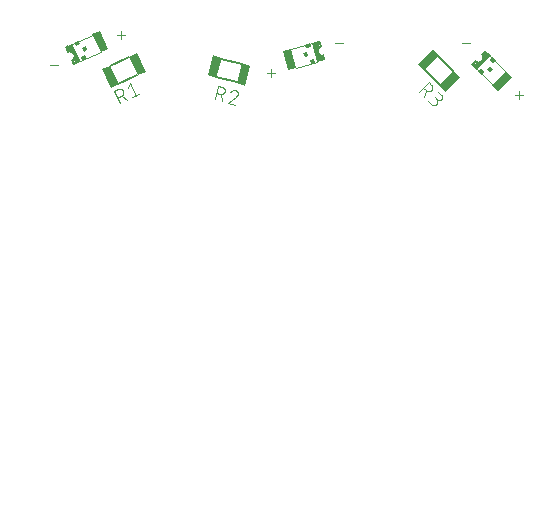
<source format=gbr>
G04 EAGLE Gerber RS-274X export*
G75*
%MOMM*%
%FSLAX34Y34*%
%LPD*%
%INSilkscreen Top*%
%IPPOS*%
%AMOC8*
5,1,8,0,0,1.08239X$1,22.5*%
G01*
%ADD10R,1.320800X0.101600*%
%ADD11R,7.315200X0.101600*%
%ADD12R,10.363200X0.101600*%
%ADD13R,10.261600X0.101600*%
%ADD14R,9.855200X0.101600*%
%ADD15R,0.304800X0.101600*%
%ADD16R,0.406400X0.101600*%
%ADD17R,1.524000X0.101600*%
%ADD18R,7.721600X0.101600*%
%ADD19R,7.620000X0.101600*%
%ADD20R,1.422400X0.101600*%
%ADD21R,1.016000X0.101600*%
%ADD22R,7.518400X0.101600*%
%ADD23R,0.812800X0.101600*%
%ADD24R,3.962400X0.101600*%
%ADD25R,3.454400X0.101600*%
%ADD26R,0.711200X0.101600*%
%ADD27R,4.064000X0.101600*%
%ADD28R,0.609600X0.101600*%
%ADD29R,4.572000X0.101600*%
%ADD30R,3.352800X0.101600*%
%ADD31R,4.470400X0.101600*%
%ADD32R,0.508000X0.101600*%
%ADD33R,1.828800X0.101600*%
%ADD34R,3.860800X0.101600*%
%ADD35R,1.219200X0.101600*%
%ADD36R,3.759200X0.101600*%
%ADD37R,1.117600X0.101600*%
%ADD38R,0.914400X0.101600*%
%ADD39R,2.844800X0.101600*%
%ADD40R,2.641600X0.101600*%
%ADD41R,0.203200X0.101600*%
%ADD42R,0.101600X0.101600*%
%ADD43R,1.727200X0.101600*%
%ADD44R,1.930400X0.101600*%
%ADD45R,2.438400X0.101600*%
%ADD46R,3.048000X0.101600*%
%ADD47R,2.743200X0.101600*%
%ADD48R,2.032000X0.101600*%
%ADD49R,1.625600X0.101600*%
%ADD50R,4.673600X0.101600*%
%ADD51R,5.080000X0.101600*%
%ADD52R,5.181600X0.101600*%
%ADD53R,6.807200X0.101600*%
%ADD54R,3.556000X0.101600*%
%ADD55R,2.336800X0.101600*%
%ADD56R,2.946400X0.101600*%
%ADD57R,7.010400X0.101600*%
%ADD58R,10.769600X0.101600*%
%ADD59R,9.042400X0.101600*%
%ADD60R,4.368800X0.101600*%
%ADD61C,0.101600*%
%ADD62R,0.500000X0.125000*%
%ADD63R,0.225000X0.325000*%
%ADD64R,0.125000X0.225000*%
%ADD65R,0.425000X0.125000*%
%ADD66R,0.500000X0.350000*%
%ADD67R,0.600000X0.125000*%
%ADD68R,1.700000X0.300000*%
%ADD69R,1.700000X0.700000*%
%ADD70R,0.325000X0.425000*%
%ADD71R,0.350000X0.350000*%
%ADD72C,0.152400*%
%ADD73R,0.750100X1.750100*%


D10*
X160528Y2032D03*
D11*
X190500Y3048D03*
D12*
X205740Y4064D03*
X205740Y5080D03*
D13*
X206248Y6096D03*
X206248Y7112D03*
X206248Y8128D03*
X206248Y9144D03*
X206248Y10160D03*
X206248Y11176D03*
X206248Y12192D03*
X206248Y13208D03*
D14*
X204216Y14224D03*
D15*
X256032Y14224D03*
D14*
X204216Y15240D03*
D15*
X256032Y15240D03*
D14*
X204216Y16256D03*
D15*
X256032Y16256D03*
D16*
X156972Y17272D03*
D17*
X167640Y17272D03*
D18*
X214884Y17272D03*
D15*
X256032Y17272D03*
D16*
X156972Y18288D03*
D17*
X167640Y18288D03*
D19*
X215392Y18288D03*
D15*
X256032Y18288D03*
D16*
X156972Y19304D03*
D20*
X168148Y19304D03*
D19*
X215392Y19304D03*
D15*
X256032Y19304D03*
D16*
X156972Y20320D03*
D21*
X166116Y20320D03*
D15*
X173736Y20320D03*
D22*
X215900Y20320D03*
D15*
X256032Y20320D03*
D16*
X156972Y21336D03*
D23*
X166116Y21336D03*
D15*
X173736Y21336D03*
D24*
X198120Y21336D03*
D25*
X236220Y21336D03*
D15*
X256032Y21336D03*
D16*
X156972Y22352D03*
D26*
X166624Y22352D03*
D15*
X173736Y22352D03*
D27*
X197612Y22352D03*
D25*
X236220Y22352D03*
D15*
X256032Y22352D03*
D16*
X156972Y23368D03*
D28*
X166116Y23368D03*
D29*
X195072Y23368D03*
D30*
X236728Y23368D03*
D15*
X256032Y23368D03*
D16*
X156972Y24384D03*
D28*
X166116Y24384D03*
D31*
X194564Y24384D03*
D30*
X236728Y24384D03*
D15*
X256032Y24384D03*
D16*
X156972Y25400D03*
D32*
X165608Y25400D03*
D31*
X194564Y25400D03*
D20*
X227076Y25400D03*
D33*
X244348Y25400D03*
D15*
X256032Y25400D03*
X157480Y26416D03*
D32*
X165608Y26416D03*
D31*
X194564Y26416D03*
D10*
X226568Y26416D03*
D33*
X244348Y26416D03*
D15*
X256032Y26416D03*
X157480Y27432D03*
D16*
X165100Y27432D03*
D15*
X173736Y27432D03*
D34*
X197612Y27432D03*
D35*
X226060Y27432D03*
D15*
X236728Y27432D03*
D20*
X246380Y27432D03*
D15*
X256032Y27432D03*
X157480Y28448D03*
X164592Y28448D03*
X173736Y28448D03*
D36*
X197104Y28448D03*
D35*
X226060Y28448D03*
D15*
X236728Y28448D03*
D35*
X247396Y28448D03*
D15*
X256032Y28448D03*
X157480Y29464D03*
X164592Y29464D03*
X173736Y29464D03*
D36*
X197104Y29464D03*
D37*
X225552Y29464D03*
D15*
X236728Y29464D03*
D37*
X247904Y29464D03*
D15*
X256032Y29464D03*
X157480Y30480D03*
X164592Y30480D03*
X173736Y30480D03*
D36*
X197104Y30480D03*
D21*
X225044Y30480D03*
D15*
X236728Y30480D03*
D38*
X248920Y30480D03*
D15*
X256032Y30480D03*
X157480Y31496D03*
X164592Y31496D03*
X173736Y31496D03*
D23*
X182372Y31496D03*
D39*
X201676Y31496D03*
D38*
X224536Y31496D03*
D15*
X236728Y31496D03*
D38*
X248920Y31496D03*
D15*
X256032Y31496D03*
X157480Y32512D03*
X164592Y32512D03*
X173736Y32512D03*
D28*
X181356Y32512D03*
D40*
X201676Y32512D03*
D23*
X224028Y32512D03*
D15*
X236728Y32512D03*
D10*
X250952Y32512D03*
D15*
X157480Y33528D03*
X164592Y33528D03*
D16*
X174244Y33528D03*
D26*
X180848Y33528D03*
D40*
X201676Y33528D03*
D26*
X223520Y33528D03*
D15*
X236728Y33528D03*
D10*
X250952Y33528D03*
D15*
X157480Y34544D03*
X164592Y34544D03*
D16*
X174244Y34544D03*
X182372Y34544D03*
D21*
X193548Y34544D03*
D20*
X207772Y34544D03*
D28*
X223012Y34544D03*
D15*
X236728Y34544D03*
D16*
X246380Y34544D03*
D15*
X250952Y34544D03*
D16*
X255524Y34544D03*
D15*
X157480Y35560D03*
X164592Y35560D03*
D16*
X174244Y35560D03*
X182372Y35560D03*
D21*
X193548Y35560D03*
D35*
X207772Y35560D03*
D28*
X223012Y35560D03*
D15*
X236728Y35560D03*
D16*
X246380Y35560D03*
D15*
X250952Y35560D03*
D16*
X255524Y35560D03*
D15*
X157480Y36576D03*
X164592Y36576D03*
D16*
X174244Y36576D03*
X182372Y36576D03*
D38*
X193040Y36576D03*
D37*
X208280Y36576D03*
D16*
X221996Y36576D03*
D15*
X236728Y36576D03*
D16*
X246380Y36576D03*
D15*
X250952Y36576D03*
D16*
X255524Y36576D03*
D15*
X157480Y37592D03*
X164592Y37592D03*
D16*
X174244Y37592D03*
X182372Y37592D03*
D23*
X192532Y37592D03*
D21*
X208788Y37592D03*
D16*
X221996Y37592D03*
D15*
X236728Y37592D03*
D16*
X246380Y37592D03*
D15*
X250952Y37592D03*
D16*
X255524Y37592D03*
D15*
X157480Y38608D03*
X164592Y38608D03*
D16*
X174244Y38608D03*
D15*
X182880Y38608D03*
D23*
X192532Y38608D03*
D38*
X209296Y38608D03*
D16*
X221996Y38608D03*
D15*
X236728Y38608D03*
D16*
X246380Y38608D03*
D15*
X250952Y38608D03*
D16*
X255524Y38608D03*
D15*
X157480Y39624D03*
X164592Y39624D03*
D16*
X174244Y39624D03*
D15*
X182880Y39624D03*
D26*
X192024Y39624D03*
D23*
X208788Y39624D03*
D16*
X221996Y39624D03*
D15*
X236728Y39624D03*
D16*
X246380Y39624D03*
D15*
X250952Y39624D03*
D16*
X255524Y39624D03*
D15*
X157480Y40640D03*
X164592Y40640D03*
D16*
X174244Y40640D03*
D15*
X182880Y40640D03*
D28*
X191516Y40640D03*
D23*
X208788Y40640D03*
D16*
X221996Y40640D03*
D15*
X236728Y40640D03*
D16*
X246380Y40640D03*
D15*
X250952Y40640D03*
D16*
X255524Y40640D03*
D15*
X157480Y41656D03*
X164592Y41656D03*
D16*
X174244Y41656D03*
D15*
X182880Y41656D03*
D28*
X191516Y41656D03*
D23*
X208788Y41656D03*
D16*
X221996Y41656D03*
D15*
X236728Y41656D03*
D16*
X246380Y41656D03*
D15*
X250952Y41656D03*
D16*
X255524Y41656D03*
D15*
X157480Y42672D03*
X164592Y42672D03*
D16*
X174244Y42672D03*
D15*
X182880Y42672D03*
D16*
X190500Y42672D03*
D15*
X206248Y42672D03*
D16*
X210820Y42672D03*
X221996Y42672D03*
D15*
X236728Y42672D03*
D16*
X246380Y42672D03*
D15*
X250952Y42672D03*
X255016Y42672D03*
X157480Y43688D03*
X164592Y43688D03*
D16*
X174244Y43688D03*
D15*
X182880Y43688D03*
D16*
X190500Y43688D03*
D15*
X206248Y43688D03*
D41*
X210820Y43688D03*
D16*
X221996Y43688D03*
D15*
X236728Y43688D03*
D16*
X246380Y43688D03*
D15*
X250952Y43688D03*
X255016Y43688D03*
X157480Y44704D03*
D16*
X165100Y44704D03*
X174244Y44704D03*
D15*
X182880Y44704D03*
X191008Y44704D03*
X206248Y44704D03*
D42*
X211328Y44704D03*
D15*
X222504Y44704D03*
X236728Y44704D03*
D16*
X246380Y44704D03*
D15*
X250952Y44704D03*
X255016Y44704D03*
X157480Y45720D03*
D16*
X165100Y45720D03*
X174244Y45720D03*
D15*
X182880Y45720D03*
X191008Y45720D03*
X206248Y45720D03*
X222504Y45720D03*
X236728Y45720D03*
D16*
X246380Y45720D03*
D15*
X250952Y45720D03*
X255016Y45720D03*
X157480Y46736D03*
D16*
X165100Y46736D03*
X174244Y46736D03*
D15*
X182880Y46736D03*
X191008Y46736D03*
X206248Y46736D03*
X222504Y46736D03*
X236728Y46736D03*
X245872Y46736D03*
X250952Y46736D03*
X255016Y46736D03*
X157480Y47752D03*
D16*
X165100Y47752D03*
X174244Y47752D03*
D15*
X182880Y47752D03*
X191008Y47752D03*
X206248Y47752D03*
X222504Y47752D03*
X236728Y47752D03*
X245872Y47752D03*
X250952Y47752D03*
X255016Y47752D03*
X157480Y48768D03*
D16*
X165100Y48768D03*
X174244Y48768D03*
D15*
X182880Y48768D03*
X191008Y48768D03*
X206248Y48768D03*
X222504Y48768D03*
X236728Y48768D03*
X245872Y48768D03*
X250952Y48768D03*
X255016Y48768D03*
X157480Y49784D03*
D16*
X165100Y49784D03*
D15*
X174752Y49784D03*
X182880Y49784D03*
X191008Y49784D03*
X206248Y49784D03*
X222504Y49784D03*
X236728Y49784D03*
X245872Y49784D03*
X250952Y49784D03*
X255016Y49784D03*
X157480Y50800D03*
D16*
X165100Y50800D03*
D15*
X174752Y50800D03*
X182880Y50800D03*
X191008Y50800D03*
X206248Y50800D03*
X222504Y50800D03*
X236728Y50800D03*
X245872Y50800D03*
X250952Y50800D03*
X255016Y50800D03*
X157480Y51816D03*
D16*
X165100Y51816D03*
D15*
X174752Y51816D03*
X182880Y51816D03*
X191008Y51816D03*
X206248Y51816D03*
X222504Y51816D03*
X236728Y51816D03*
X245872Y51816D03*
X250952Y51816D03*
X255016Y51816D03*
X157480Y52832D03*
D16*
X165100Y52832D03*
D15*
X174752Y52832D03*
X182880Y52832D03*
X191008Y52832D03*
X206248Y52832D03*
X222504Y52832D03*
X236728Y52832D03*
X245872Y52832D03*
X250952Y52832D03*
X255016Y52832D03*
X157480Y53848D03*
D16*
X165100Y53848D03*
D15*
X174752Y53848D03*
X182880Y53848D03*
X191008Y53848D03*
X206248Y53848D03*
X222504Y53848D03*
X236728Y53848D03*
X245872Y53848D03*
X250952Y53848D03*
X255016Y53848D03*
X157480Y54864D03*
D16*
X165100Y54864D03*
D15*
X174752Y54864D03*
X182880Y54864D03*
X191008Y54864D03*
X206248Y54864D03*
X222504Y54864D03*
X236728Y54864D03*
X245872Y54864D03*
X250952Y54864D03*
X255016Y54864D03*
X157480Y55880D03*
D16*
X165100Y55880D03*
D15*
X174752Y55880D03*
X182880Y55880D03*
X191008Y55880D03*
X206248Y55880D03*
X222504Y55880D03*
X236728Y55880D03*
X245872Y55880D03*
X250952Y55880D03*
X255016Y55880D03*
X157480Y56896D03*
X165608Y56896D03*
X174752Y56896D03*
X182880Y56896D03*
X191008Y56896D03*
X206248Y56896D03*
X222504Y56896D03*
X236728Y56896D03*
X245872Y56896D03*
X250952Y56896D03*
X255016Y56896D03*
X157480Y57912D03*
X165608Y57912D03*
X174752Y57912D03*
X182880Y57912D03*
X191008Y57912D03*
X206248Y57912D03*
X222504Y57912D03*
X236728Y57912D03*
X245872Y57912D03*
X250952Y57912D03*
X255016Y57912D03*
X157480Y58928D03*
X165608Y58928D03*
X174752Y58928D03*
X182880Y58928D03*
X191008Y58928D03*
X206248Y58928D03*
X222504Y58928D03*
X236728Y58928D03*
X245872Y58928D03*
X250952Y58928D03*
X255016Y58928D03*
X157480Y59944D03*
X165608Y59944D03*
X174752Y59944D03*
X182880Y59944D03*
X191008Y59944D03*
X206248Y59944D03*
X222504Y59944D03*
X236728Y59944D03*
X245872Y59944D03*
X250952Y59944D03*
X255016Y59944D03*
X157480Y60960D03*
X165608Y60960D03*
X174752Y60960D03*
X182880Y60960D03*
X191008Y60960D03*
X206248Y60960D03*
X222504Y60960D03*
D16*
X236220Y60960D03*
D15*
X245872Y60960D03*
X250952Y60960D03*
X255016Y60960D03*
D16*
X157988Y61976D03*
D15*
X165608Y61976D03*
X174752Y61976D03*
X182880Y61976D03*
X191008Y61976D03*
X206248Y61976D03*
X222504Y61976D03*
D16*
X236220Y61976D03*
D15*
X245872Y61976D03*
X250952Y61976D03*
X255016Y61976D03*
D16*
X157988Y62992D03*
D15*
X165608Y62992D03*
X174752Y62992D03*
X182880Y62992D03*
X191008Y62992D03*
X206248Y62992D03*
X222504Y62992D03*
D16*
X236220Y62992D03*
D15*
X245872Y62992D03*
X250952Y62992D03*
X255016Y62992D03*
D16*
X157988Y64008D03*
D15*
X165608Y64008D03*
X174752Y64008D03*
X182880Y64008D03*
X191008Y64008D03*
X206248Y64008D03*
X222504Y64008D03*
D16*
X236220Y64008D03*
D15*
X245872Y64008D03*
X250952Y64008D03*
X255016Y64008D03*
D16*
X157988Y65024D03*
D15*
X165608Y65024D03*
X174752Y65024D03*
X182880Y65024D03*
X191008Y65024D03*
X206248Y65024D03*
X222504Y65024D03*
D16*
X236220Y65024D03*
D15*
X245872Y65024D03*
X250952Y65024D03*
X255016Y65024D03*
D16*
X157988Y66040D03*
D15*
X165608Y66040D03*
X174752Y66040D03*
X182880Y66040D03*
X191008Y66040D03*
X206248Y66040D03*
X222504Y66040D03*
D16*
X236220Y66040D03*
D15*
X245872Y66040D03*
X250952Y66040D03*
X255016Y66040D03*
D16*
X157988Y67056D03*
D15*
X165608Y67056D03*
X174752Y67056D03*
X182880Y67056D03*
X191008Y67056D03*
X206248Y67056D03*
X222504Y67056D03*
D16*
X236220Y67056D03*
D15*
X245872Y67056D03*
X250952Y67056D03*
X255016Y67056D03*
D16*
X157988Y68072D03*
D15*
X165608Y68072D03*
X174752Y68072D03*
X182880Y68072D03*
X191008Y68072D03*
X206248Y68072D03*
X222504Y68072D03*
D16*
X236220Y68072D03*
D15*
X245872Y68072D03*
X250952Y68072D03*
X255016Y68072D03*
D16*
X157988Y69088D03*
D15*
X165608Y69088D03*
X174752Y69088D03*
X182880Y69088D03*
X191008Y69088D03*
X206248Y69088D03*
X222504Y69088D03*
D16*
X236220Y69088D03*
D15*
X245872Y69088D03*
X250952Y69088D03*
X255016Y69088D03*
D16*
X157988Y70104D03*
D15*
X165608Y70104D03*
X174752Y70104D03*
X182880Y70104D03*
X191008Y70104D03*
X206248Y70104D03*
X222504Y70104D03*
D16*
X236220Y70104D03*
D15*
X245872Y70104D03*
X250952Y70104D03*
X255016Y70104D03*
D16*
X157988Y71120D03*
D15*
X165608Y71120D03*
X174752Y71120D03*
X182880Y71120D03*
X191008Y71120D03*
X206248Y71120D03*
X222504Y71120D03*
D16*
X236220Y71120D03*
D15*
X245872Y71120D03*
X250952Y71120D03*
X255016Y71120D03*
D16*
X157988Y72136D03*
D15*
X165608Y72136D03*
X174752Y72136D03*
X182880Y72136D03*
X191008Y72136D03*
X206248Y72136D03*
X222504Y72136D03*
D16*
X236220Y72136D03*
D15*
X245872Y72136D03*
X250952Y72136D03*
X255016Y72136D03*
X158496Y73152D03*
X165608Y73152D03*
X174752Y73152D03*
X182880Y73152D03*
X191008Y73152D03*
X206248Y73152D03*
X222504Y73152D03*
D16*
X236220Y73152D03*
D15*
X245872Y73152D03*
X250952Y73152D03*
X255016Y73152D03*
X158496Y74168D03*
X165608Y74168D03*
X174752Y74168D03*
X182880Y74168D03*
X191008Y74168D03*
X206248Y74168D03*
X222504Y74168D03*
D16*
X236220Y74168D03*
D15*
X245872Y74168D03*
D16*
X250444Y74168D03*
D15*
X255016Y74168D03*
X158496Y75184D03*
X165608Y75184D03*
X174752Y75184D03*
X182880Y75184D03*
X191008Y75184D03*
X206248Y75184D03*
X222504Y75184D03*
D16*
X236220Y75184D03*
D15*
X245872Y75184D03*
D16*
X250444Y75184D03*
D15*
X255016Y75184D03*
X158496Y76200D03*
X165608Y76200D03*
X174752Y76200D03*
X182880Y76200D03*
X191008Y76200D03*
X206248Y76200D03*
X222504Y76200D03*
D16*
X236220Y76200D03*
D15*
X245872Y76200D03*
D23*
X252476Y76200D03*
D15*
X158496Y77216D03*
X165608Y77216D03*
X174752Y77216D03*
X182880Y77216D03*
X191008Y77216D03*
X206248Y77216D03*
X222504Y77216D03*
D16*
X236220Y77216D03*
D15*
X245872Y77216D03*
D23*
X252476Y77216D03*
D15*
X158496Y78232D03*
X165608Y78232D03*
X174752Y78232D03*
D16*
X183388Y78232D03*
D15*
X191008Y78232D03*
X206248Y78232D03*
X222504Y78232D03*
D16*
X236220Y78232D03*
D15*
X245872Y78232D03*
D23*
X252476Y78232D03*
D15*
X158496Y79248D03*
X165608Y79248D03*
X174752Y79248D03*
D16*
X183388Y79248D03*
D15*
X191008Y79248D03*
X206248Y79248D03*
X222504Y79248D03*
D16*
X236220Y79248D03*
D15*
X245872Y79248D03*
D23*
X252476Y79248D03*
D15*
X158496Y80264D03*
X165608Y80264D03*
X174752Y80264D03*
D16*
X183388Y80264D03*
D15*
X191008Y80264D03*
X206248Y80264D03*
X222504Y80264D03*
D16*
X236220Y80264D03*
D15*
X245872Y80264D03*
D23*
X252476Y80264D03*
D15*
X158496Y81280D03*
X165608Y81280D03*
X174752Y81280D03*
D16*
X183388Y81280D03*
X191516Y81280D03*
D15*
X206248Y81280D03*
X222504Y81280D03*
D16*
X236220Y81280D03*
D15*
X245872Y81280D03*
D23*
X252476Y81280D03*
D15*
X158496Y82296D03*
X165608Y82296D03*
X174752Y82296D03*
D16*
X183388Y82296D03*
X191516Y82296D03*
D15*
X206248Y82296D03*
X222504Y82296D03*
D16*
X236220Y82296D03*
D15*
X245872Y82296D03*
D23*
X252476Y82296D03*
D15*
X158496Y83312D03*
X165608Y83312D03*
X174752Y83312D03*
D16*
X183388Y83312D03*
X191516Y83312D03*
D15*
X206248Y83312D03*
X222504Y83312D03*
D16*
X236220Y83312D03*
D15*
X245872Y83312D03*
D23*
X252476Y83312D03*
D15*
X158496Y84328D03*
X165608Y84328D03*
X174752Y84328D03*
D16*
X183388Y84328D03*
X191516Y84328D03*
D15*
X206248Y84328D03*
D16*
X223012Y84328D03*
X236220Y84328D03*
D15*
X245872Y84328D03*
D23*
X252476Y84328D03*
D15*
X158496Y85344D03*
X165608Y85344D03*
X174752Y85344D03*
D16*
X183388Y85344D03*
X191516Y85344D03*
D15*
X206248Y85344D03*
D16*
X223012Y85344D03*
X236220Y85344D03*
D15*
X245872Y85344D03*
D23*
X252476Y85344D03*
D15*
X158496Y86360D03*
X165608Y86360D03*
X174752Y86360D03*
D16*
X183388Y86360D03*
X191516Y86360D03*
D15*
X206248Y86360D03*
D16*
X223012Y86360D03*
X236220Y86360D03*
D15*
X245872Y86360D03*
X249936Y86360D03*
X254000Y86360D03*
X158496Y87376D03*
X165608Y87376D03*
X174752Y87376D03*
D16*
X183388Y87376D03*
X191516Y87376D03*
X206756Y87376D03*
X223012Y87376D03*
X236220Y87376D03*
D15*
X245872Y87376D03*
X249936Y87376D03*
X254000Y87376D03*
X158496Y88392D03*
X165608Y88392D03*
X174752Y88392D03*
D16*
X183388Y88392D03*
X191516Y88392D03*
X206756Y88392D03*
X223012Y88392D03*
X236220Y88392D03*
D15*
X245872Y88392D03*
X249936Y88392D03*
X254000Y88392D03*
X158496Y89408D03*
X165608Y89408D03*
X174752Y89408D03*
D16*
X183388Y89408D03*
X191516Y89408D03*
X206756Y89408D03*
X223012Y89408D03*
X236220Y89408D03*
D15*
X245872Y89408D03*
X249936Y89408D03*
X254000Y89408D03*
X158496Y90424D03*
X165608Y90424D03*
X174752Y90424D03*
X183896Y90424D03*
D16*
X191516Y90424D03*
X206756Y90424D03*
X223012Y90424D03*
X236220Y90424D03*
D15*
X245872Y90424D03*
X249936Y90424D03*
X254000Y90424D03*
X158496Y91440D03*
X165608Y91440D03*
X174752Y91440D03*
X183896Y91440D03*
D16*
X191516Y91440D03*
X206756Y91440D03*
X223012Y91440D03*
X236220Y91440D03*
D15*
X245872Y91440D03*
X249936Y91440D03*
X254000Y91440D03*
X158496Y92456D03*
X165608Y92456D03*
X174752Y92456D03*
X183896Y92456D03*
X192024Y92456D03*
D16*
X206756Y92456D03*
X223012Y92456D03*
X236220Y92456D03*
D15*
X245872Y92456D03*
X249936Y92456D03*
X254000Y92456D03*
X158496Y93472D03*
X165608Y93472D03*
X174752Y93472D03*
X183896Y93472D03*
X192024Y93472D03*
D16*
X206756Y93472D03*
X223012Y93472D03*
X236220Y93472D03*
D15*
X245872Y93472D03*
X249936Y93472D03*
X254000Y93472D03*
X158496Y94488D03*
D16*
X166116Y94488D03*
D15*
X174752Y94488D03*
X183896Y94488D03*
X192024Y94488D03*
D16*
X206756Y94488D03*
X223012Y94488D03*
X236220Y94488D03*
D15*
X245872Y94488D03*
X249936Y94488D03*
X254000Y94488D03*
X158496Y95504D03*
D16*
X166116Y95504D03*
D15*
X174752Y95504D03*
X183896Y95504D03*
X192024Y95504D03*
D16*
X206756Y95504D03*
X223012Y95504D03*
X236220Y95504D03*
D15*
X245872Y95504D03*
X249936Y95504D03*
X254000Y95504D03*
X158496Y96520D03*
D16*
X166116Y96520D03*
D15*
X174752Y96520D03*
X183896Y96520D03*
X192024Y96520D03*
D16*
X206756Y96520D03*
X223012Y96520D03*
X236220Y96520D03*
D15*
X245872Y96520D03*
X249936Y96520D03*
X254000Y96520D03*
X158496Y97536D03*
D16*
X166116Y97536D03*
D15*
X174752Y97536D03*
X183896Y97536D03*
X192024Y97536D03*
D16*
X206756Y97536D03*
D15*
X223520Y97536D03*
D16*
X236220Y97536D03*
D15*
X245872Y97536D03*
X249936Y97536D03*
X254000Y97536D03*
X158496Y98552D03*
D16*
X166116Y98552D03*
X175260Y98552D03*
D15*
X183896Y98552D03*
X192024Y98552D03*
D16*
X206756Y98552D03*
D15*
X223520Y98552D03*
D16*
X236220Y98552D03*
D15*
X245872Y98552D03*
X249936Y98552D03*
X254000Y98552D03*
X158496Y99568D03*
D16*
X166116Y99568D03*
X175260Y99568D03*
D15*
X183896Y99568D03*
X192024Y99568D03*
D16*
X206756Y99568D03*
D15*
X223520Y99568D03*
D16*
X236220Y99568D03*
D15*
X245872Y99568D03*
X249936Y99568D03*
X254000Y99568D03*
X158496Y100584D03*
D16*
X166116Y100584D03*
X175260Y100584D03*
D15*
X183896Y100584D03*
X192024Y100584D03*
D16*
X206756Y100584D03*
D15*
X223520Y100584D03*
D16*
X236220Y100584D03*
D15*
X245872Y100584D03*
X249936Y100584D03*
X254000Y100584D03*
X158496Y101600D03*
D16*
X166116Y101600D03*
X175260Y101600D03*
D15*
X183896Y101600D03*
X192024Y101600D03*
D16*
X206756Y101600D03*
D15*
X223520Y101600D03*
D16*
X236220Y101600D03*
D15*
X245872Y101600D03*
X249936Y101600D03*
X254000Y101600D03*
X158496Y102616D03*
D16*
X166116Y102616D03*
X175260Y102616D03*
D15*
X183896Y102616D03*
X192024Y102616D03*
D16*
X206756Y102616D03*
D15*
X223520Y102616D03*
D16*
X236220Y102616D03*
D15*
X245872Y102616D03*
X249936Y102616D03*
X254000Y102616D03*
X158496Y103632D03*
D16*
X166116Y103632D03*
X175260Y103632D03*
D15*
X183896Y103632D03*
X192024Y103632D03*
D16*
X206756Y103632D03*
D15*
X223520Y103632D03*
D16*
X236220Y103632D03*
D15*
X245872Y103632D03*
X249936Y103632D03*
X254000Y103632D03*
X158496Y104648D03*
D16*
X166116Y104648D03*
X175260Y104648D03*
D15*
X183896Y104648D03*
X192024Y104648D03*
X207264Y104648D03*
X223520Y104648D03*
D16*
X236220Y104648D03*
D15*
X245872Y104648D03*
X249936Y104648D03*
X254000Y104648D03*
X158496Y105664D03*
X166624Y105664D03*
D16*
X175260Y105664D03*
D15*
X183896Y105664D03*
X192024Y105664D03*
X207264Y105664D03*
X223520Y105664D03*
D16*
X236220Y105664D03*
D15*
X245872Y105664D03*
X249936Y105664D03*
X254000Y105664D03*
X158496Y106680D03*
X166624Y106680D03*
D16*
X175260Y106680D03*
D15*
X183896Y106680D03*
X192024Y106680D03*
X207264Y106680D03*
X223520Y106680D03*
D16*
X236220Y106680D03*
D15*
X245872Y106680D03*
X249936Y106680D03*
X254000Y106680D03*
X158496Y107696D03*
X166624Y107696D03*
D16*
X175260Y107696D03*
D15*
X183896Y107696D03*
X192024Y107696D03*
X207264Y107696D03*
X223520Y107696D03*
D16*
X236220Y107696D03*
X245364Y107696D03*
D15*
X249936Y107696D03*
X254000Y107696D03*
D16*
X159004Y108712D03*
D15*
X166624Y108712D03*
D16*
X175260Y108712D03*
D15*
X183896Y108712D03*
X192024Y108712D03*
X207264Y108712D03*
X223520Y108712D03*
D16*
X236220Y108712D03*
X245364Y108712D03*
D15*
X249936Y108712D03*
X254000Y108712D03*
D16*
X159004Y109728D03*
D15*
X166624Y109728D03*
D16*
X175260Y109728D03*
D15*
X183896Y109728D03*
X192024Y109728D03*
X207264Y109728D03*
X223520Y109728D03*
D16*
X236220Y109728D03*
X245364Y109728D03*
D15*
X249936Y109728D03*
X254000Y109728D03*
D16*
X159004Y110744D03*
D15*
X166624Y110744D03*
D16*
X175260Y110744D03*
D15*
X183896Y110744D03*
X192024Y110744D03*
X207264Y110744D03*
X223520Y110744D03*
X235712Y110744D03*
D16*
X245364Y110744D03*
D15*
X249936Y110744D03*
X254000Y110744D03*
D16*
X159004Y111760D03*
D15*
X166624Y111760D03*
D16*
X175260Y111760D03*
D15*
X183896Y111760D03*
X192024Y111760D03*
X207264Y111760D03*
X223520Y111760D03*
X235712Y111760D03*
D16*
X245364Y111760D03*
D15*
X249936Y111760D03*
X254000Y111760D03*
D16*
X159004Y112776D03*
D15*
X166624Y112776D03*
D16*
X175260Y112776D03*
D15*
X183896Y112776D03*
X192024Y112776D03*
X207264Y112776D03*
X223520Y112776D03*
X235712Y112776D03*
D16*
X245364Y112776D03*
D15*
X249936Y112776D03*
X254000Y112776D03*
D16*
X159004Y113792D03*
D15*
X166624Y113792D03*
X175768Y113792D03*
X183896Y113792D03*
X192024Y113792D03*
X207264Y113792D03*
X223520Y113792D03*
X235712Y113792D03*
D16*
X245364Y113792D03*
D15*
X249936Y113792D03*
X254000Y113792D03*
D16*
X159004Y114808D03*
D15*
X166624Y114808D03*
X175768Y114808D03*
X183896Y114808D03*
X192024Y114808D03*
X207264Y114808D03*
X223520Y114808D03*
X235712Y114808D03*
D16*
X245364Y114808D03*
D15*
X249936Y114808D03*
X254000Y114808D03*
D16*
X159004Y115824D03*
D15*
X166624Y115824D03*
X175768Y115824D03*
X183896Y115824D03*
X192024Y115824D03*
X207264Y115824D03*
X223520Y115824D03*
X235712Y115824D03*
D16*
X245364Y115824D03*
D15*
X249936Y115824D03*
X254000Y115824D03*
D16*
X159004Y116840D03*
D15*
X166624Y116840D03*
X175768Y116840D03*
X183896Y116840D03*
X192024Y116840D03*
X207264Y116840D03*
X223520Y116840D03*
X235712Y116840D03*
D16*
X245364Y116840D03*
D15*
X249936Y116840D03*
X254000Y116840D03*
D16*
X159004Y117856D03*
D15*
X166624Y117856D03*
X175768Y117856D03*
X183896Y117856D03*
X192024Y117856D03*
X207264Y117856D03*
X223520Y117856D03*
X235712Y117856D03*
D16*
X245364Y117856D03*
D15*
X249936Y117856D03*
X254000Y117856D03*
D16*
X159004Y118872D03*
D15*
X166624Y118872D03*
X175768Y118872D03*
X183896Y118872D03*
X192024Y118872D03*
X207264Y118872D03*
X223520Y118872D03*
X235712Y118872D03*
D16*
X245364Y118872D03*
D26*
X251968Y118872D03*
D16*
X159004Y119888D03*
D15*
X166624Y119888D03*
X175768Y119888D03*
X183896Y119888D03*
X192024Y119888D03*
X207264Y119888D03*
X223520Y119888D03*
X235712Y119888D03*
D16*
X245364Y119888D03*
D26*
X251968Y119888D03*
D15*
X159512Y120904D03*
X166624Y120904D03*
X175768Y120904D03*
X183896Y120904D03*
X192024Y120904D03*
X207264Y120904D03*
X223520Y120904D03*
X235712Y120904D03*
D16*
X245364Y120904D03*
D26*
X251968Y120904D03*
D15*
X159512Y121920D03*
X166624Y121920D03*
X175768Y121920D03*
X183896Y121920D03*
X192024Y121920D03*
X207264Y121920D03*
X223520Y121920D03*
X235712Y121920D03*
D16*
X245364Y121920D03*
D26*
X251968Y121920D03*
D15*
X159512Y122936D03*
X166624Y122936D03*
X175768Y122936D03*
X183896Y122936D03*
X192024Y122936D03*
X207264Y122936D03*
X223520Y122936D03*
X235712Y122936D03*
D16*
X245364Y122936D03*
D26*
X251968Y122936D03*
D15*
X159512Y123952D03*
X166624Y123952D03*
X175768Y123952D03*
X183896Y123952D03*
X192024Y123952D03*
X207264Y123952D03*
X223520Y123952D03*
X235712Y123952D03*
D16*
X245364Y123952D03*
D26*
X251968Y123952D03*
D15*
X159512Y124968D03*
X166624Y124968D03*
X175768Y124968D03*
X183896Y124968D03*
X192024Y124968D03*
X207264Y124968D03*
X223520Y124968D03*
X235712Y124968D03*
D16*
X245364Y124968D03*
D26*
X251968Y124968D03*
D15*
X159512Y125984D03*
X166624Y125984D03*
X175768Y125984D03*
X183896Y125984D03*
X192024Y125984D03*
X207264Y125984D03*
X223520Y125984D03*
X235712Y125984D03*
D35*
X249428Y125984D03*
D15*
X159512Y127000D03*
X166624Y127000D03*
X175768Y127000D03*
X183896Y127000D03*
X192024Y127000D03*
X207264Y127000D03*
X223520Y127000D03*
X235712Y127000D03*
X244856Y127000D03*
D23*
X251460Y127000D03*
D15*
X159512Y128016D03*
X166624Y128016D03*
X175768Y128016D03*
X183896Y128016D03*
X192024Y128016D03*
X207264Y128016D03*
X223520Y128016D03*
X235712Y128016D03*
X244856Y128016D03*
D23*
X251460Y128016D03*
D15*
X159512Y129032D03*
X166624Y129032D03*
X175768Y129032D03*
X183896Y129032D03*
D16*
X192532Y129032D03*
D15*
X207264Y129032D03*
X223520Y129032D03*
X235712Y129032D03*
X244856Y129032D03*
D23*
X251460Y129032D03*
D15*
X159512Y130048D03*
X166624Y130048D03*
X175768Y130048D03*
D16*
X184404Y130048D03*
X192532Y130048D03*
D15*
X207264Y130048D03*
X223520Y130048D03*
X235712Y130048D03*
X244856Y130048D03*
D26*
X250952Y130048D03*
D15*
X159512Y131064D03*
X166624Y131064D03*
X175768Y131064D03*
D16*
X184404Y131064D03*
X192532Y131064D03*
D15*
X207264Y131064D03*
X223520Y131064D03*
X235712Y131064D03*
X244856Y131064D03*
D26*
X250952Y131064D03*
D15*
X159512Y132080D03*
X166624Y132080D03*
X175768Y132080D03*
D16*
X184404Y132080D03*
X192532Y132080D03*
D15*
X207264Y132080D03*
X223520Y132080D03*
X235712Y132080D03*
X244856Y132080D03*
D26*
X250952Y132080D03*
D15*
X159512Y133096D03*
X166624Y133096D03*
X175768Y133096D03*
D16*
X184404Y133096D03*
X192532Y133096D03*
D15*
X207264Y133096D03*
X223520Y133096D03*
X235712Y133096D03*
X244856Y133096D03*
D26*
X250952Y133096D03*
D15*
X159512Y134112D03*
X166624Y134112D03*
X175768Y134112D03*
D16*
X184404Y134112D03*
X192532Y134112D03*
D15*
X207264Y134112D03*
X223520Y134112D03*
X235712Y134112D03*
X244856Y134112D03*
D26*
X250952Y134112D03*
D15*
X159512Y135128D03*
X166624Y135128D03*
X175768Y135128D03*
D16*
X184404Y135128D03*
X192532Y135128D03*
D15*
X207264Y135128D03*
X223520Y135128D03*
X235712Y135128D03*
X244856Y135128D03*
D26*
X250952Y135128D03*
D15*
X159512Y136144D03*
X166624Y136144D03*
X175768Y136144D03*
D16*
X184404Y136144D03*
X192532Y136144D03*
D15*
X207264Y136144D03*
X223520Y136144D03*
X235712Y136144D03*
X244856Y136144D03*
D26*
X250952Y136144D03*
D15*
X159512Y137160D03*
X166624Y137160D03*
X175768Y137160D03*
D16*
X184404Y137160D03*
X192532Y137160D03*
D15*
X207264Y137160D03*
D16*
X224028Y137160D03*
D15*
X235712Y137160D03*
X244856Y137160D03*
D26*
X250952Y137160D03*
D15*
X159512Y138176D03*
X166624Y138176D03*
X175768Y138176D03*
D16*
X184404Y138176D03*
X192532Y138176D03*
D15*
X207264Y138176D03*
D16*
X224028Y138176D03*
D15*
X235712Y138176D03*
X244856Y138176D03*
X248920Y138176D03*
X252984Y138176D03*
X159512Y139192D03*
X166624Y139192D03*
X175768Y139192D03*
D16*
X184404Y139192D03*
X192532Y139192D03*
D15*
X207264Y139192D03*
D16*
X224028Y139192D03*
D15*
X235712Y139192D03*
X244856Y139192D03*
X248920Y139192D03*
X252984Y139192D03*
X159512Y140208D03*
X166624Y140208D03*
X175768Y140208D03*
D16*
X184404Y140208D03*
D15*
X193040Y140208D03*
X207264Y140208D03*
D16*
X224028Y140208D03*
D15*
X235712Y140208D03*
X244856Y140208D03*
X248920Y140208D03*
X252984Y140208D03*
X159512Y141224D03*
X166624Y141224D03*
X175768Y141224D03*
D16*
X184404Y141224D03*
D15*
X193040Y141224D03*
X207264Y141224D03*
D16*
X224028Y141224D03*
D15*
X235712Y141224D03*
X244856Y141224D03*
X248920Y141224D03*
X252984Y141224D03*
X159512Y142240D03*
X166624Y142240D03*
X175768Y142240D03*
X184912Y142240D03*
X193040Y142240D03*
X207264Y142240D03*
D16*
X224028Y142240D03*
D15*
X235712Y142240D03*
X244856Y142240D03*
X248920Y142240D03*
X252984Y142240D03*
X159512Y143256D03*
D16*
X167132Y143256D03*
D15*
X175768Y143256D03*
X184912Y143256D03*
X193040Y143256D03*
X207264Y143256D03*
D16*
X224028Y143256D03*
D15*
X235712Y143256D03*
X244856Y143256D03*
X248920Y143256D03*
X252984Y143256D03*
X159512Y144272D03*
D16*
X167132Y144272D03*
D15*
X175768Y144272D03*
X184912Y144272D03*
X193040Y144272D03*
X207264Y144272D03*
D16*
X224028Y144272D03*
D15*
X235712Y144272D03*
X244856Y144272D03*
X248920Y144272D03*
X252984Y144272D03*
X159512Y145288D03*
D16*
X167132Y145288D03*
D15*
X175768Y145288D03*
X184912Y145288D03*
X193040Y145288D03*
X207264Y145288D03*
D16*
X224028Y145288D03*
D15*
X235712Y145288D03*
X244856Y145288D03*
X248920Y145288D03*
X252984Y145288D03*
X159512Y146304D03*
D16*
X167132Y146304D03*
D15*
X175768Y146304D03*
X184912Y146304D03*
X193040Y146304D03*
X207264Y146304D03*
D16*
X224028Y146304D03*
D15*
X235712Y146304D03*
X244856Y146304D03*
X248920Y146304D03*
X252984Y146304D03*
X159512Y147320D03*
D16*
X167132Y147320D03*
D15*
X175768Y147320D03*
X184912Y147320D03*
X193040Y147320D03*
X207264Y147320D03*
D16*
X224028Y147320D03*
X236220Y147320D03*
D15*
X244856Y147320D03*
D26*
X250952Y147320D03*
D15*
X159512Y148336D03*
D16*
X167132Y148336D03*
X175260Y148336D03*
D15*
X184912Y148336D03*
X193040Y148336D03*
X207264Y148336D03*
D16*
X224028Y148336D03*
X236220Y148336D03*
X245364Y148336D03*
D26*
X251968Y148336D03*
D15*
X159512Y149352D03*
X166624Y149352D03*
X174752Y149352D03*
X184912Y149352D03*
X193040Y149352D03*
X207264Y149352D03*
X224536Y149352D03*
X236728Y149352D03*
X245872Y149352D03*
D26*
X251968Y149352D03*
D15*
X159512Y150368D03*
X166624Y150368D03*
X174752Y150368D03*
D16*
X184404Y150368D03*
D15*
X193040Y150368D03*
X207264Y150368D03*
X224536Y150368D03*
X236728Y150368D03*
X245872Y150368D03*
D26*
X252984Y150368D03*
D16*
X159004Y151384D03*
X166116Y151384D03*
D15*
X174752Y151384D03*
X183896Y151384D03*
X193040Y151384D03*
X207264Y151384D03*
X224536Y151384D03*
X236728Y151384D03*
X245872Y151384D03*
D23*
X253492Y151384D03*
D15*
X158496Y152400D03*
X165608Y152400D03*
X174752Y152400D03*
X183896Y152400D03*
D16*
X192532Y152400D03*
D15*
X207264Y152400D03*
X224536Y152400D03*
X236728Y152400D03*
X246888Y152400D03*
D23*
X253492Y152400D03*
D16*
X157988Y153416D03*
D15*
X165608Y153416D03*
D16*
X174244Y153416D03*
D15*
X183896Y153416D03*
X192024Y153416D03*
X207264Y153416D03*
X224536Y153416D03*
X236728Y153416D03*
X246888Y153416D03*
X251968Y153416D03*
D16*
X256540Y153416D03*
D15*
X157480Y154432D03*
D16*
X165100Y154432D03*
D15*
X173736Y154432D03*
X183896Y154432D03*
X192024Y154432D03*
X207264Y154432D03*
X224536Y154432D03*
X236728Y154432D03*
X246888Y154432D03*
D16*
X252476Y154432D03*
D15*
X257048Y154432D03*
X157480Y155448D03*
X164592Y155448D03*
X173736Y155448D03*
D16*
X183388Y155448D03*
D15*
X192024Y155448D03*
X207264Y155448D03*
X224536Y155448D03*
D16*
X237236Y155448D03*
X247396Y155448D03*
D15*
X252984Y155448D03*
D16*
X257556Y155448D03*
X156972Y156464D03*
D15*
X164592Y156464D03*
X173736Y156464D03*
X182880Y156464D03*
X192024Y156464D03*
X207264Y156464D03*
X224536Y156464D03*
D16*
X237236Y156464D03*
D15*
X247904Y156464D03*
D16*
X253492Y156464D03*
X258572Y156464D03*
D15*
X156464Y157480D03*
D16*
X164084Y157480D03*
X173228Y157480D03*
D15*
X182880Y157480D03*
X192024Y157480D03*
X207264Y157480D03*
X224536Y157480D03*
X237744Y157480D03*
X247904Y157480D03*
X254000Y157480D03*
X259080Y157480D03*
D16*
X155956Y158496D03*
D15*
X163576Y158496D03*
X172720Y158496D03*
X182880Y158496D03*
D16*
X191516Y158496D03*
D15*
X207264Y158496D03*
X224536Y158496D03*
X237744Y158496D03*
X247904Y158496D03*
D16*
X254508Y158496D03*
X259588Y158496D03*
D15*
X155448Y159512D03*
X163576Y159512D03*
X172720Y159512D03*
X182880Y159512D03*
D16*
X191516Y159512D03*
D15*
X207264Y159512D03*
X224536Y159512D03*
X237744Y159512D03*
D16*
X248412Y159512D03*
D15*
X255016Y159512D03*
D16*
X260604Y159512D03*
X154940Y160528D03*
X163068Y160528D03*
D15*
X172720Y160528D03*
D16*
X182372Y160528D03*
D15*
X191008Y160528D03*
X207264Y160528D03*
X224536Y160528D03*
X237744Y160528D03*
X248920Y160528D03*
D16*
X255524Y160528D03*
D15*
X261112Y160528D03*
X154432Y161544D03*
X162560Y161544D03*
D16*
X172212Y161544D03*
D15*
X181864Y161544D03*
X191008Y161544D03*
X207264Y161544D03*
X224536Y161544D03*
X237744Y161544D03*
X248920Y161544D03*
X256032Y161544D03*
D16*
X261620Y161544D03*
D15*
X154432Y162560D03*
X162560Y162560D03*
X171704Y162560D03*
X181864Y162560D03*
X191008Y162560D03*
X207264Y162560D03*
X224536Y162560D03*
X237744Y162560D03*
X248920Y162560D03*
X256032Y162560D03*
D16*
X262636Y162560D03*
X153924Y163576D03*
X162052Y163576D03*
D15*
X171704Y163576D03*
X181864Y163576D03*
X191008Y163576D03*
X207264Y163576D03*
X224536Y163576D03*
D16*
X238252Y163576D03*
D15*
X249936Y163576D03*
D16*
X256540Y163576D03*
D15*
X263144Y163576D03*
X153416Y164592D03*
X161544Y164592D03*
X171704Y164592D03*
X181864Y164592D03*
X191008Y164592D03*
X207264Y164592D03*
X224536Y164592D03*
D16*
X238252Y164592D03*
D15*
X249936Y164592D03*
X257048Y164592D03*
D16*
X263652Y164592D03*
X152908Y165608D03*
D15*
X161544Y165608D03*
X171704Y165608D03*
D16*
X181356Y165608D03*
X190500Y165608D03*
D15*
X207264Y165608D03*
X224536Y165608D03*
X238760Y165608D03*
X249936Y165608D03*
D16*
X257556Y165608D03*
X264668Y165608D03*
D15*
X152400Y166624D03*
D16*
X161036Y166624D03*
X171196Y166624D03*
D15*
X180848Y166624D03*
X189992Y166624D03*
D16*
X206756Y166624D03*
D15*
X224536Y166624D03*
X238760Y166624D03*
D16*
X250444Y166624D03*
D15*
X258064Y166624D03*
X265176Y166624D03*
X152400Y167640D03*
X160528Y167640D03*
X170688Y167640D03*
X180848Y167640D03*
X189992Y167640D03*
D16*
X206756Y167640D03*
D15*
X224536Y167640D03*
X238760Y167640D03*
X250952Y167640D03*
D16*
X258572Y167640D03*
X265684Y167640D03*
D15*
X151384Y168656D03*
X160528Y168656D03*
X170688Y168656D03*
X180848Y168656D03*
X189992Y168656D03*
D16*
X206756Y168656D03*
D15*
X224536Y168656D03*
X238760Y168656D03*
X250952Y168656D03*
X259080Y168656D03*
D16*
X266700Y168656D03*
D15*
X151384Y169672D03*
D16*
X160020Y169672D03*
D15*
X170688Y169672D03*
D16*
X180340Y169672D03*
D15*
X189992Y169672D03*
D16*
X206756Y169672D03*
D15*
X224536Y169672D03*
X238760Y169672D03*
X250952Y169672D03*
D16*
X259588Y169672D03*
X266700Y169672D03*
X150876Y170688D03*
D15*
X159512Y170688D03*
D16*
X170180Y170688D03*
D15*
X179832Y170688D03*
X189992Y170688D03*
D16*
X206756Y170688D03*
D15*
X224536Y170688D03*
X238760Y170688D03*
D16*
X251460Y170688D03*
D15*
X260096Y170688D03*
D16*
X267716Y170688D03*
D15*
X150368Y171704D03*
X159512Y171704D03*
X169672Y171704D03*
X179832Y171704D03*
X189992Y171704D03*
X206248Y171704D03*
X224536Y171704D03*
D16*
X239268Y171704D03*
D15*
X251968Y171704D03*
X260096Y171704D03*
D16*
X268732Y171704D03*
X149860Y172720D03*
X159004Y172720D03*
D15*
X169672Y172720D03*
X179832Y172720D03*
D16*
X189484Y172720D03*
D15*
X206248Y172720D03*
X224536Y172720D03*
D16*
X239268Y172720D03*
D15*
X251968Y172720D03*
D16*
X260604Y172720D03*
X268732Y172720D03*
D15*
X149352Y173736D03*
X158496Y173736D03*
X169672Y173736D03*
X179832Y173736D03*
X188976Y173736D03*
X206248Y173736D03*
X224536Y173736D03*
X239776Y173736D03*
X251968Y173736D03*
X261112Y173736D03*
D16*
X269748Y173736D03*
D15*
X149352Y174752D03*
X158496Y174752D03*
X169672Y174752D03*
D16*
X179324Y174752D03*
D15*
X188976Y174752D03*
X206248Y174752D03*
X224536Y174752D03*
X239776Y174752D03*
D16*
X252476Y174752D03*
X261620Y174752D03*
X270764Y174752D03*
X148844Y175768D03*
X157988Y175768D03*
X169164Y175768D03*
D15*
X178816Y175768D03*
X188976Y175768D03*
X206248Y175768D03*
X224536Y175768D03*
X239776Y175768D03*
X252984Y175768D03*
X262128Y175768D03*
D16*
X270764Y175768D03*
D15*
X148336Y176784D03*
X157480Y176784D03*
X168656Y176784D03*
X178816Y176784D03*
X188976Y176784D03*
X206248Y176784D03*
X224536Y176784D03*
X239776Y176784D03*
X252984Y176784D03*
D16*
X262636Y176784D03*
X271780Y176784D03*
X147828Y177800D03*
D15*
X157480Y177800D03*
X168656Y177800D03*
X178816Y177800D03*
X188976Y177800D03*
X206248Y177800D03*
X224536Y177800D03*
X239776Y177800D03*
D16*
X253492Y177800D03*
D15*
X263144Y177800D03*
X272288Y177800D03*
X147320Y178816D03*
D16*
X156972Y178816D03*
D15*
X168656Y178816D03*
X178816Y178816D03*
D16*
X188468Y178816D03*
D15*
X206248Y178816D03*
X224536Y178816D03*
X239776Y178816D03*
X254000Y178816D03*
D16*
X263652Y178816D03*
X272796Y178816D03*
X146812Y179832D03*
D15*
X156464Y179832D03*
D16*
X168148Y179832D03*
X178308Y179832D03*
X188468Y179832D03*
D15*
X206248Y179832D03*
X224536Y179832D03*
D16*
X240284Y179832D03*
D15*
X254000Y179832D03*
X264160Y179832D03*
D16*
X273812Y179832D03*
D15*
X146304Y180848D03*
X156464Y180848D03*
X167640Y180848D03*
X177800Y180848D03*
X187960Y180848D03*
X206248Y180848D03*
X224536Y180848D03*
D16*
X240284Y180848D03*
D15*
X254000Y180848D03*
X264160Y180848D03*
X274320Y180848D03*
X146304Y181864D03*
D16*
X155956Y181864D03*
D15*
X167640Y181864D03*
X177800Y181864D03*
X187960Y181864D03*
X206248Y181864D03*
X224536Y181864D03*
X240792Y181864D03*
D16*
X254508Y181864D03*
X264668Y181864D03*
X274828Y181864D03*
X145796Y182880D03*
D15*
X155448Y182880D03*
X167640Y182880D03*
X177800Y182880D03*
X187960Y182880D03*
X206248Y182880D03*
X224536Y182880D03*
X240792Y182880D03*
X255016Y182880D03*
X265176Y182880D03*
D16*
X275844Y182880D03*
D15*
X145288Y183896D03*
X155448Y183896D03*
D16*
X167132Y183896D03*
X177292Y183896D03*
D15*
X187960Y183896D03*
X206248Y183896D03*
X224536Y183896D03*
X240792Y183896D03*
X255016Y183896D03*
D16*
X265684Y183896D03*
D15*
X276352Y183896D03*
D16*
X144780Y184912D03*
X154940Y184912D03*
D15*
X166624Y184912D03*
X176784Y184912D03*
X187960Y184912D03*
X206248Y184912D03*
X224536Y184912D03*
X240792Y184912D03*
X255016Y184912D03*
X266192Y184912D03*
D16*
X276860Y184912D03*
D15*
X144272Y185928D03*
X154432Y185928D03*
X166624Y185928D03*
X176784Y185928D03*
D16*
X187452Y185928D03*
D15*
X206248Y185928D03*
X224536Y185928D03*
X240792Y185928D03*
D16*
X255524Y185928D03*
X266700Y185928D03*
X277876Y185928D03*
D15*
X144272Y186944D03*
X154432Y186944D03*
X166624Y186944D03*
X176784Y186944D03*
D16*
X187452Y186944D03*
D15*
X206248Y186944D03*
X224536Y186944D03*
X240792Y186944D03*
X256032Y186944D03*
X267208Y186944D03*
X278384Y186944D03*
X143256Y187960D03*
D16*
X153924Y187960D03*
D15*
X166624Y187960D03*
X176784Y187960D03*
X186944Y187960D03*
D16*
X205740Y187960D03*
D15*
X224536Y187960D03*
D16*
X241300Y187960D03*
D15*
X256032Y187960D03*
D16*
X267716Y187960D03*
X278892Y187960D03*
D15*
X143256Y188976D03*
X153416Y188976D03*
D16*
X166116Y188976D03*
X176276Y188976D03*
D15*
X186944Y188976D03*
D16*
X205740Y188976D03*
D15*
X224536Y188976D03*
D16*
X241300Y188976D03*
D15*
X256032Y188976D03*
X268224Y188976D03*
D16*
X279908Y188976D03*
X142748Y189992D03*
D15*
X153416Y189992D03*
X165608Y189992D03*
X175768Y189992D03*
X186944Y189992D03*
D16*
X205740Y189992D03*
D15*
X224536Y189992D03*
X241808Y189992D03*
X257048Y189992D03*
X268224Y189992D03*
X280416Y189992D03*
X142240Y191008D03*
D16*
X152908Y191008D03*
D15*
X165608Y191008D03*
X175768Y191008D03*
X186944Y191008D03*
D16*
X205740Y191008D03*
D15*
X224536Y191008D03*
X241808Y191008D03*
X257048Y191008D03*
D16*
X268732Y191008D03*
X280924Y191008D03*
X141732Y192024D03*
D15*
X152400Y192024D03*
X165608Y192024D03*
X175768Y192024D03*
X186944Y192024D03*
D16*
X205740Y192024D03*
D15*
X224536Y192024D03*
X241808Y192024D03*
X257048Y192024D03*
X269240Y192024D03*
D16*
X281940Y192024D03*
D15*
X141224Y193040D03*
X152400Y193040D03*
D16*
X165100Y193040D03*
D15*
X175768Y193040D03*
D16*
X186436Y193040D03*
D15*
X205232Y193040D03*
X224536Y193040D03*
X241808Y193040D03*
D16*
X257556Y193040D03*
X269748Y193040D03*
X281940Y193040D03*
D15*
X141224Y194056D03*
D16*
X151892Y194056D03*
D15*
X164592Y194056D03*
D16*
X175260Y194056D03*
D15*
X185928Y194056D03*
X205232Y194056D03*
X224536Y194056D03*
X241808Y194056D03*
X258064Y194056D03*
X270256Y194056D03*
D16*
X282956Y194056D03*
X140716Y195072D03*
D15*
X151384Y195072D03*
X164592Y195072D03*
X174752Y195072D03*
X185928Y195072D03*
X205232Y195072D03*
X224536Y195072D03*
X241808Y195072D03*
X258064Y195072D03*
D16*
X270764Y195072D03*
X283972Y195072D03*
D15*
X140208Y196088D03*
X151384Y196088D03*
X164592Y196088D03*
X174752Y196088D03*
X185928Y196088D03*
X205232Y196088D03*
X224536Y196088D03*
D16*
X242316Y196088D03*
D15*
X258064Y196088D03*
X271272Y196088D03*
D16*
X283972Y196088D03*
X139700Y197104D03*
X150876Y197104D03*
D15*
X164592Y197104D03*
X174752Y197104D03*
X185928Y197104D03*
X205232Y197104D03*
X224536Y197104D03*
D16*
X242316Y197104D03*
X258572Y197104D03*
X271780Y197104D03*
X284988Y197104D03*
D15*
X139192Y198120D03*
X150368Y198120D03*
D16*
X164084Y198120D03*
X174244Y198120D03*
D15*
X185928Y198120D03*
X205232Y198120D03*
X224536Y198120D03*
X242824Y198120D03*
X259080Y198120D03*
X272288Y198120D03*
D16*
X286004Y198120D03*
X138684Y199136D03*
D15*
X150368Y199136D03*
X163576Y199136D03*
X173736Y199136D03*
X185928Y199136D03*
X205232Y199136D03*
X224536Y199136D03*
X242824Y199136D03*
X259080Y199136D03*
X272288Y199136D03*
D16*
X286004Y199136D03*
D15*
X138176Y200152D03*
D16*
X149860Y200152D03*
D15*
X163576Y200152D03*
X173736Y200152D03*
D16*
X185420Y200152D03*
D15*
X205232Y200152D03*
X224536Y200152D03*
X242824Y200152D03*
X259080Y200152D03*
D16*
X272796Y200152D03*
X287020Y200152D03*
D15*
X138176Y201168D03*
X149352Y201168D03*
X163576Y201168D03*
X173736Y201168D03*
X184912Y201168D03*
X205232Y201168D03*
X224536Y201168D03*
X242824Y201168D03*
X260096Y201168D03*
X273304Y201168D03*
D16*
X288036Y201168D03*
X137668Y202184D03*
D15*
X149352Y202184D03*
D16*
X163068Y202184D03*
D15*
X173736Y202184D03*
X184912Y202184D03*
X205232Y202184D03*
X224536Y202184D03*
X242824Y202184D03*
X260096Y202184D03*
D16*
X273812Y202184D03*
X288036Y202184D03*
D15*
X137160Y203200D03*
D16*
X148844Y203200D03*
D15*
X162560Y203200D03*
D16*
X173228Y203200D03*
D15*
X184912Y203200D03*
X205232Y203200D03*
X224536Y203200D03*
X242824Y203200D03*
X260096Y203200D03*
X274320Y203200D03*
D16*
X289052Y203200D03*
X136652Y204216D03*
D15*
X148336Y204216D03*
X162560Y204216D03*
X172720Y204216D03*
X184912Y204216D03*
X205232Y204216D03*
X224536Y204216D03*
D16*
X243332Y204216D03*
X260604Y204216D03*
X274828Y204216D03*
D15*
X289560Y204216D03*
X136144Y205232D03*
X148336Y205232D03*
X162560Y205232D03*
X172720Y205232D03*
X184912Y205232D03*
X205232Y205232D03*
X224536Y205232D03*
D16*
X243332Y205232D03*
D15*
X261112Y205232D03*
X275336Y205232D03*
D16*
X290068Y205232D03*
D15*
X136144Y206248D03*
D16*
X147828Y206248D03*
D15*
X162560Y206248D03*
X172720Y206248D03*
D16*
X184404Y206248D03*
D15*
X205232Y206248D03*
X224536Y206248D03*
X243840Y206248D03*
X261112Y206248D03*
D16*
X275844Y206248D03*
X291084Y206248D03*
X135636Y207264D03*
D15*
X147320Y207264D03*
X161544Y207264D03*
X172720Y207264D03*
D16*
X184404Y207264D03*
D15*
X205232Y207264D03*
X224536Y207264D03*
X243840Y207264D03*
X261112Y207264D03*
X276352Y207264D03*
X291592Y207264D03*
X135128Y208280D03*
X147320Y208280D03*
X161544Y208280D03*
D16*
X172212Y208280D03*
D15*
X183896Y208280D03*
D16*
X204724Y208280D03*
D15*
X224536Y208280D03*
X243840Y208280D03*
D16*
X261620Y208280D03*
D15*
X276352Y208280D03*
D16*
X292100Y208280D03*
X134620Y209296D03*
X146812Y209296D03*
D15*
X161544Y209296D03*
X171704Y209296D03*
X183896Y209296D03*
D16*
X204724Y209296D03*
D15*
X224536Y209296D03*
X243840Y209296D03*
X262128Y209296D03*
D16*
X276860Y209296D03*
X293116Y209296D03*
D15*
X134112Y210312D03*
X146304Y210312D03*
X161544Y210312D03*
X171704Y210312D03*
X183896Y210312D03*
D16*
X204724Y210312D03*
D15*
X224536Y210312D03*
X243840Y210312D03*
X262128Y210312D03*
X277368Y210312D03*
X293624Y210312D03*
D16*
X133604Y211328D03*
D15*
X146304Y211328D03*
D16*
X161036Y211328D03*
D15*
X171704Y211328D03*
X183896Y211328D03*
D16*
X204724Y211328D03*
D15*
X224536Y211328D03*
X243840Y211328D03*
X262128Y211328D03*
D16*
X277876Y211328D03*
X294132Y211328D03*
D15*
X133096Y212344D03*
D16*
X145796Y212344D03*
D15*
X160528Y212344D03*
D16*
X171196Y212344D03*
D15*
X183896Y212344D03*
D16*
X204724Y212344D03*
D15*
X224536Y212344D03*
D16*
X244348Y212344D03*
X262636Y212344D03*
D15*
X278384Y212344D03*
D16*
X295148Y212344D03*
D15*
X133096Y213360D03*
X145288Y213360D03*
X160528Y213360D03*
X170688Y213360D03*
D16*
X183388Y213360D03*
D15*
X204216Y213360D03*
X224536Y213360D03*
D16*
X244348Y213360D03*
D15*
X263144Y213360D03*
D16*
X278892Y213360D03*
D15*
X295656Y213360D03*
D16*
X132588Y214376D03*
D15*
X145288Y214376D03*
X160528Y214376D03*
X170688Y214376D03*
X182880Y214376D03*
X204216Y214376D03*
X224536Y214376D03*
X244856Y214376D03*
X263144Y214376D03*
X279400Y214376D03*
D16*
X296164Y214376D03*
D15*
X132080Y215392D03*
D16*
X144780Y215392D03*
X160020Y215392D03*
D15*
X170688Y215392D03*
X182880Y215392D03*
X204216Y215392D03*
X224536Y215392D03*
X244856Y215392D03*
D16*
X263652Y215392D03*
X279908Y215392D03*
X297180Y215392D03*
X131572Y216408D03*
D15*
X144272Y216408D03*
X159512Y216408D03*
X170688Y216408D03*
X182880Y216408D03*
X204216Y216408D03*
X224536Y216408D03*
X244856Y216408D03*
X264160Y216408D03*
X280416Y216408D03*
X297688Y216408D03*
X131064Y217424D03*
X144272Y217424D03*
X159512Y217424D03*
D16*
X170180Y217424D03*
D15*
X182880Y217424D03*
X204216Y217424D03*
X224536Y217424D03*
X244856Y217424D03*
X264160Y217424D03*
D16*
X280924Y217424D03*
X298196Y217424D03*
X130556Y218440D03*
X143764Y218440D03*
D15*
X159512Y218440D03*
X169672Y218440D03*
X182880Y218440D03*
X204216Y218440D03*
X224536Y218440D03*
X244856Y218440D03*
X264160Y218440D03*
X281432Y218440D03*
D16*
X299212Y218440D03*
D15*
X130048Y219456D03*
X143256Y219456D03*
X159512Y219456D03*
X169672Y219456D03*
X182880Y219456D03*
X204216Y219456D03*
X224536Y219456D03*
X244856Y219456D03*
D16*
X264668Y219456D03*
D15*
X281432Y219456D03*
D16*
X299212Y219456D03*
D15*
X130048Y220472D03*
X143256Y220472D03*
D16*
X159004Y220472D03*
D15*
X169672Y220472D03*
D16*
X182372Y220472D03*
D15*
X204216Y220472D03*
X224536Y220472D03*
D16*
X245364Y220472D03*
D15*
X265176Y220472D03*
D16*
X281940Y220472D03*
X300228Y220472D03*
X129540Y221488D03*
X142748Y221488D03*
D15*
X158496Y221488D03*
D16*
X169164Y221488D03*
D15*
X181864Y221488D03*
X204216Y221488D03*
X224536Y221488D03*
D16*
X245364Y221488D03*
D15*
X265176Y221488D03*
X282448Y221488D03*
D16*
X301244Y221488D03*
D15*
X129032Y222504D03*
X142240Y222504D03*
X158496Y222504D03*
X168656Y222504D03*
X181864Y222504D03*
X204216Y222504D03*
X224536Y222504D03*
X245872Y222504D03*
X265176Y222504D03*
D16*
X282956Y222504D03*
X301244Y222504D03*
X128524Y223520D03*
D15*
X142240Y223520D03*
X158496Y223520D03*
X168656Y223520D03*
X181864Y223520D03*
X204216Y223520D03*
X224536Y223520D03*
X245872Y223520D03*
D16*
X265684Y223520D03*
D15*
X283464Y223520D03*
D16*
X302260Y223520D03*
D15*
X128016Y224536D03*
D16*
X141732Y224536D03*
X157988Y224536D03*
D15*
X168656Y224536D03*
X181864Y224536D03*
X204216Y224536D03*
X224536Y224536D03*
X245872Y224536D03*
X266192Y224536D03*
D16*
X283972Y224536D03*
X303276Y224536D03*
D15*
X128016Y225552D03*
X141224Y225552D03*
X157480Y225552D03*
X168656Y225552D03*
X181864Y225552D03*
X204216Y225552D03*
X224536Y225552D03*
X245872Y225552D03*
X266192Y225552D03*
X284480Y225552D03*
D16*
X303276Y225552D03*
X127508Y226568D03*
D15*
X141224Y226568D03*
X157480Y226568D03*
D16*
X168148Y226568D03*
X181356Y226568D03*
D15*
X204216Y226568D03*
X224536Y226568D03*
X245872Y226568D03*
X266192Y226568D03*
D16*
X284988Y226568D03*
X304292Y226568D03*
D15*
X127000Y227584D03*
D16*
X140716Y227584D03*
D15*
X157480Y227584D03*
X167640Y227584D03*
D16*
X181356Y227584D03*
D15*
X204216Y227584D03*
X224536Y227584D03*
X245872Y227584D03*
X267208Y227584D03*
X285496Y227584D03*
X304800Y227584D03*
D16*
X126492Y228600D03*
D15*
X140208Y228600D03*
X157480Y228600D03*
X167640Y228600D03*
X180848Y228600D03*
D16*
X203708Y228600D03*
D15*
X224536Y228600D03*
D16*
X246380Y228600D03*
D15*
X267208Y228600D03*
X285496Y228600D03*
D16*
X305308Y228600D03*
D15*
X125984Y229616D03*
X140208Y229616D03*
X156464Y229616D03*
X167640Y229616D03*
X180848Y229616D03*
D16*
X203708Y229616D03*
D15*
X224536Y229616D03*
D16*
X246380Y229616D03*
D15*
X267208Y229616D03*
D16*
X286004Y229616D03*
X306324Y229616D03*
X125476Y230632D03*
X139700Y230632D03*
D15*
X156464Y230632D03*
X167640Y230632D03*
X180848Y230632D03*
D16*
X203708Y230632D03*
D15*
X224536Y230632D03*
X246888Y230632D03*
D16*
X267716Y230632D03*
D15*
X286512Y230632D03*
X306832Y230632D03*
X124968Y231648D03*
X139192Y231648D03*
X156464Y231648D03*
D16*
X167132Y231648D03*
D15*
X180848Y231648D03*
D16*
X203708Y231648D03*
D15*
X224536Y231648D03*
X246888Y231648D03*
X268224Y231648D03*
D16*
X287020Y231648D03*
X307340Y231648D03*
D15*
X124968Y232664D03*
X139192Y232664D03*
X156464Y232664D03*
X166624Y232664D03*
X180848Y232664D03*
X203200Y232664D03*
X224536Y232664D03*
X246888Y232664D03*
X268224Y232664D03*
X287528Y232664D03*
D16*
X308356Y232664D03*
X124460Y233680D03*
X138684Y233680D03*
X155956Y233680D03*
D15*
X166624Y233680D03*
D16*
X180340Y233680D03*
D15*
X203200Y233680D03*
X224536Y233680D03*
X246888Y233680D03*
X268224Y233680D03*
D16*
X288036Y233680D03*
D15*
X308864Y233680D03*
X123952Y234696D03*
X138176Y234696D03*
X155448Y234696D03*
X166624Y234696D03*
X179832Y234696D03*
X203200Y234696D03*
X224536Y234696D03*
X246888Y234696D03*
D16*
X268732Y234696D03*
D15*
X288544Y234696D03*
D16*
X309372Y234696D03*
X123444Y235712D03*
D15*
X138176Y235712D03*
X155448Y235712D03*
D16*
X166116Y235712D03*
D15*
X179832Y235712D03*
X203200Y235712D03*
X224536Y235712D03*
X246888Y235712D03*
X269240Y235712D03*
D16*
X289052Y235712D03*
X310388Y235712D03*
D15*
X122936Y236728D03*
D16*
X137668Y236728D03*
D15*
X155448Y236728D03*
X165608Y236728D03*
X179832Y236728D03*
X203200Y236728D03*
X224536Y236728D03*
D16*
X247396Y236728D03*
D15*
X269240Y236728D03*
X289560Y236728D03*
X310896Y236728D03*
D16*
X122428Y237744D03*
D15*
X137160Y237744D03*
D16*
X154940Y237744D03*
D15*
X165608Y237744D03*
X179832Y237744D03*
X203200Y237744D03*
X224536Y237744D03*
D16*
X247396Y237744D03*
D15*
X269240Y237744D03*
X289560Y237744D03*
D16*
X311404Y237744D03*
D15*
X121920Y238760D03*
X137160Y238760D03*
X154432Y238760D03*
X165608Y238760D03*
X179832Y238760D03*
X203200Y238760D03*
X224536Y238760D03*
X247904Y238760D03*
X270256Y238760D03*
D16*
X290068Y238760D03*
X312420Y238760D03*
D15*
X121920Y239776D03*
D16*
X136652Y239776D03*
D15*
X154432Y239776D03*
X165608Y239776D03*
X179832Y239776D03*
X203200Y239776D03*
X224536Y239776D03*
X247904Y239776D03*
X270256Y239776D03*
X290576Y239776D03*
X312928Y239776D03*
D16*
X121412Y240792D03*
D15*
X136144Y240792D03*
X154432Y240792D03*
D16*
X165100Y240792D03*
X179324Y240792D03*
D15*
X203200Y240792D03*
X224536Y240792D03*
X247904Y240792D03*
X270256Y240792D03*
D16*
X291084Y240792D03*
X313436Y240792D03*
D15*
X120904Y241808D03*
X136144Y241808D03*
X154432Y241808D03*
X164592Y241808D03*
X178816Y241808D03*
X203200Y241808D03*
X224536Y241808D03*
X247904Y241808D03*
D16*
X270764Y241808D03*
D15*
X291592Y241808D03*
D16*
X314452Y241808D03*
X120396Y242824D03*
X135636Y242824D03*
X153924Y242824D03*
D15*
X164592Y242824D03*
X178816Y242824D03*
X203200Y242824D03*
X224536Y242824D03*
X247904Y242824D03*
X271272Y242824D03*
D16*
X292100Y242824D03*
X314452Y242824D03*
D15*
X119888Y243840D03*
X135128Y243840D03*
X153416Y243840D03*
X164592Y243840D03*
X178816Y243840D03*
X203200Y243840D03*
X224536Y243840D03*
X247904Y243840D03*
X271272Y243840D03*
X292608Y243840D03*
D16*
X315468Y243840D03*
D15*
X119888Y244856D03*
X135128Y244856D03*
X153416Y244856D03*
X164592Y244856D03*
X178816Y244856D03*
X203200Y244856D03*
X224536Y244856D03*
D16*
X248412Y244856D03*
D15*
X271272Y244856D03*
D16*
X293116Y244856D03*
X316484Y244856D03*
X119380Y245872D03*
X134620Y245872D03*
D15*
X153416Y245872D03*
D16*
X164084Y245872D03*
D15*
X178816Y245872D03*
X203200Y245872D03*
X224536Y245872D03*
D16*
X248412Y245872D03*
X271780Y245872D03*
D15*
X293624Y245872D03*
D16*
X316484Y245872D03*
D15*
X118872Y246888D03*
X134112Y246888D03*
D16*
X152908Y246888D03*
D15*
X163576Y246888D03*
D16*
X178308Y246888D03*
X202692Y246888D03*
D15*
X224536Y246888D03*
X248920Y246888D03*
X272288Y246888D03*
X293624Y246888D03*
D16*
X317500Y246888D03*
X118364Y247904D03*
D15*
X134112Y247904D03*
X152400Y247904D03*
X163576Y247904D03*
D16*
X178308Y247904D03*
X202692Y247904D03*
D15*
X224536Y247904D03*
X248920Y247904D03*
X272288Y247904D03*
D16*
X294132Y247904D03*
X318516Y247904D03*
D15*
X117856Y248920D03*
D16*
X133604Y248920D03*
D15*
X152400Y248920D03*
X163576Y248920D03*
X177800Y248920D03*
D16*
X202692Y248920D03*
D15*
X224536Y248920D03*
X248920Y248920D03*
X272288Y248920D03*
X294640Y248920D03*
D16*
X318516Y248920D03*
X117348Y249936D03*
D15*
X133096Y249936D03*
X152400Y249936D03*
D16*
X163068Y249936D03*
D15*
X177800Y249936D03*
D16*
X202692Y249936D03*
D15*
X224536Y249936D03*
X248920Y249936D03*
D16*
X272796Y249936D03*
X295148Y249936D03*
X319532Y249936D03*
D15*
X102616Y250952D03*
X116840Y250952D03*
X133096Y250952D03*
X152400Y250952D03*
X162560Y250952D03*
X177800Y250952D03*
X202184Y250952D03*
X224536Y250952D03*
X248920Y250952D03*
X273304Y250952D03*
X295656Y250952D03*
X320040Y250952D03*
D26*
X103632Y251968D03*
D15*
X116840Y251968D03*
D16*
X132588Y251968D03*
D15*
X151384Y251968D03*
X162560Y251968D03*
X177800Y251968D03*
X202184Y251968D03*
X224536Y251968D03*
X248920Y251968D03*
X273304Y251968D03*
D16*
X296164Y251968D03*
X320548Y251968D03*
D21*
X105156Y252984D03*
D16*
X116332Y252984D03*
D15*
X132080Y252984D03*
X151384Y252984D03*
X162560Y252984D03*
X177800Y252984D03*
X202184Y252984D03*
X224536Y252984D03*
D16*
X249428Y252984D03*
X273812Y252984D03*
D15*
X296672Y252984D03*
D16*
X321564Y252984D03*
D35*
X106172Y254000D03*
D15*
X115824Y254000D03*
X132080Y254000D03*
X151384Y254000D03*
X162560Y254000D03*
D16*
X177292Y254000D03*
D15*
X202184Y254000D03*
X224536Y254000D03*
D16*
X249428Y254000D03*
D15*
X274320Y254000D03*
D16*
X297180Y254000D03*
D15*
X322072Y254000D03*
D33*
X108204Y255016D03*
D16*
X131572Y255016D03*
D15*
X151384Y255016D03*
D16*
X162052Y255016D03*
D15*
X176784Y255016D03*
X202184Y255016D03*
X224536Y255016D03*
X249936Y255016D03*
X274320Y255016D03*
X297688Y255016D03*
D16*
X322580Y255016D03*
D15*
X100584Y256032D03*
D20*
X111252Y256032D03*
D15*
X131064Y256032D03*
D16*
X150876Y256032D03*
D15*
X161544Y256032D03*
X176784Y256032D03*
X202184Y256032D03*
X224536Y256032D03*
X249936Y256032D03*
X274320Y256032D03*
X297688Y256032D03*
D16*
X323596Y256032D03*
D15*
X100584Y257048D03*
D16*
X107188Y257048D03*
D38*
X116840Y257048D03*
D15*
X131064Y257048D03*
X150368Y257048D03*
X161544Y257048D03*
X176784Y257048D03*
X202184Y257048D03*
X224536Y257048D03*
X249936Y257048D03*
D16*
X274828Y257048D03*
X298196Y257048D03*
D15*
X324104Y257048D03*
D16*
X100076Y258064D03*
X108204Y258064D03*
D37*
X117856Y258064D03*
D16*
X130556Y258064D03*
D15*
X150368Y258064D03*
X161544Y258064D03*
X176784Y258064D03*
X202184Y258064D03*
X224536Y258064D03*
X249936Y258064D03*
X275336Y258064D03*
X298704Y258064D03*
D16*
X324612Y258064D03*
D15*
X99568Y259080D03*
D23*
X111252Y259080D03*
D38*
X121920Y259080D03*
D15*
X130048Y259080D03*
X150368Y259080D03*
D16*
X161036Y259080D03*
D15*
X176784Y259080D03*
X202184Y259080D03*
X224536Y259080D03*
X249936Y259080D03*
X275336Y259080D03*
D16*
X299212Y259080D03*
X325628Y259080D03*
X50292Y260096D03*
D15*
X99568Y260096D03*
D26*
X111760Y260096D03*
D37*
X125984Y260096D03*
D16*
X149860Y260096D03*
D15*
X160528Y260096D03*
X176784Y260096D03*
X202184Y260096D03*
X224536Y260096D03*
X249936Y260096D03*
X275336Y260096D03*
X299720Y260096D03*
X326136Y260096D03*
D26*
X50800Y261112D03*
D16*
X99060Y261112D03*
D32*
X111760Y261112D03*
D38*
X128016Y261112D03*
D15*
X149352Y261112D03*
X160528Y261112D03*
D16*
X176276Y261112D03*
D15*
X202184Y261112D03*
X224536Y261112D03*
X249936Y261112D03*
D16*
X275844Y261112D03*
X300228Y261112D03*
X326644Y261112D03*
D28*
X365252Y261112D03*
D37*
X50800Y262128D03*
D15*
X98552Y262128D03*
D16*
X112268Y262128D03*
D38*
X130048Y262128D03*
D15*
X149352Y262128D03*
X160528Y262128D03*
X175768Y262128D03*
X202184Y262128D03*
X224536Y262128D03*
D16*
X250444Y262128D03*
D15*
X276352Y262128D03*
X300736Y262128D03*
D16*
X327660Y262128D03*
D35*
X364236Y262128D03*
D32*
X46736Y263144D03*
D26*
X54864Y263144D03*
D15*
X98552Y263144D03*
D32*
X112776Y263144D03*
D21*
X132588Y263144D03*
D15*
X149352Y263144D03*
X160528Y263144D03*
X175768Y263144D03*
X202184Y263144D03*
X224536Y263144D03*
X250952Y263144D03*
X276352Y263144D03*
D16*
X301244Y263144D03*
D15*
X328168Y263144D03*
D43*
X363728Y263144D03*
D32*
X45720Y264160D03*
D26*
X56896Y264160D03*
D16*
X98044Y264160D03*
D28*
X113284Y264160D03*
D16*
X128524Y264160D03*
D38*
X136144Y264160D03*
D15*
X149352Y264160D03*
D16*
X160020Y264160D03*
D15*
X175768Y264160D03*
X202184Y264160D03*
X224536Y264160D03*
X250952Y264160D03*
X276352Y264160D03*
X301752Y264160D03*
D16*
X328676Y264160D03*
D35*
X357124Y264160D03*
D23*
X371348Y264160D03*
D32*
X44704Y265176D03*
D26*
X58928Y265176D03*
D15*
X97536Y265176D03*
D23*
X113284Y265176D03*
D15*
X128016Y265176D03*
D38*
X139192Y265176D03*
D16*
X148844Y265176D03*
D15*
X159512Y265176D03*
X175768Y265176D03*
D16*
X201676Y265176D03*
D15*
X224536Y265176D03*
X250952Y265176D03*
X277368Y265176D03*
X301752Y265176D03*
D16*
X329692Y265176D03*
D35*
X353060Y265176D03*
D23*
X373380Y265176D03*
D32*
X42672Y266192D03*
D26*
X60960Y266192D03*
D15*
X97536Y266192D03*
X110744Y266192D03*
D16*
X116332Y266192D03*
D15*
X128016Y266192D03*
D38*
X141224Y266192D03*
D15*
X148336Y266192D03*
X159512Y266192D03*
X175768Y266192D03*
D16*
X201676Y266192D03*
D15*
X224536Y266192D03*
X250952Y266192D03*
X277368Y266192D03*
D16*
X302260Y266192D03*
X329692Y266192D03*
D10*
X349504Y266192D03*
D38*
X375920Y266192D03*
D32*
X41656Y267208D03*
D23*
X63500Y267208D03*
D15*
X96520Y267208D03*
D16*
X110236Y267208D03*
X117348Y267208D03*
X127508Y267208D03*
D21*
X144780Y267208D03*
D15*
X159512Y267208D03*
X175768Y267208D03*
D16*
X201676Y267208D03*
D15*
X224536Y267208D03*
X250952Y267208D03*
X277368Y267208D03*
X302768Y267208D03*
D16*
X330708Y267208D03*
D35*
X345948Y267208D03*
D23*
X378460Y267208D03*
D32*
X40640Y268224D03*
D23*
X65532Y268224D03*
D15*
X96520Y268224D03*
X109728Y268224D03*
D16*
X118364Y268224D03*
D15*
X127000Y268224D03*
D26*
X146304Y268224D03*
D15*
X159512Y268224D03*
D16*
X175260Y268224D03*
X201676Y268224D03*
X225044Y268224D03*
D15*
X250952Y268224D03*
D16*
X277876Y268224D03*
X303276Y268224D03*
X331724Y268224D03*
D35*
X341884Y268224D03*
D23*
X380492Y268224D03*
D32*
X39624Y269240D03*
D23*
X67564Y269240D03*
D15*
X96520Y269240D03*
D16*
X109220Y269240D03*
X119380Y269240D03*
D15*
X127000Y269240D03*
D32*
X147320Y269240D03*
D16*
X159004Y269240D03*
D15*
X174752Y269240D03*
X201168Y269240D03*
D16*
X225044Y269240D03*
D15*
X250952Y269240D03*
X278384Y269240D03*
X303784Y269240D03*
D20*
X336804Y269240D03*
D23*
X383540Y269240D03*
D32*
X37592Y270256D03*
D23*
X69596Y270256D03*
D15*
X95504Y270256D03*
X108712Y270256D03*
D16*
X120396Y270256D03*
X126492Y270256D03*
D15*
X147320Y270256D03*
X158496Y270256D03*
X174752Y270256D03*
X201168Y270256D03*
D16*
X225044Y270256D03*
X251460Y270256D03*
D15*
X278384Y270256D03*
D16*
X304292Y270256D03*
D21*
X335788Y270256D03*
D23*
X385572Y270256D03*
D32*
X36576Y271272D03*
D26*
X72136Y271272D03*
D15*
X95504Y271272D03*
X108712Y271272D03*
D16*
X121412Y271272D03*
D15*
X125984Y271272D03*
X147320Y271272D03*
X158496Y271272D03*
X174752Y271272D03*
X201168Y271272D03*
D16*
X225044Y271272D03*
D15*
X251968Y271272D03*
X278384Y271272D03*
X304800Y271272D03*
D20*
X337820Y271272D03*
D23*
X387604Y271272D03*
D32*
X35560Y272288D03*
D26*
X74168Y272288D03*
D16*
X94996Y272288D03*
X108204Y272288D03*
D26*
X123952Y272288D03*
D15*
X147320Y272288D03*
X158496Y272288D03*
X174752Y272288D03*
X201168Y272288D03*
D16*
X225044Y272288D03*
D15*
X251968Y272288D03*
D16*
X278892Y272288D03*
X305308Y272288D03*
D44*
X340360Y272288D03*
D23*
X390652Y272288D03*
D32*
X34544Y273304D03*
D26*
X76200Y273304D03*
D15*
X94488Y273304D03*
X107696Y273304D03*
D28*
X124460Y273304D03*
D15*
X147320Y273304D03*
D16*
X157988Y273304D03*
D15*
X174752Y273304D03*
X201168Y273304D03*
D16*
X225044Y273304D03*
D15*
X251968Y273304D03*
X279400Y273304D03*
X305816Y273304D03*
D45*
X343916Y273304D03*
D23*
X392684Y273304D03*
D32*
X33528Y274320D03*
D26*
X78232Y274320D03*
D15*
X94488Y274320D03*
D16*
X107188Y274320D03*
D32*
X123952Y274320D03*
D16*
X146812Y274320D03*
D15*
X157480Y274320D03*
D16*
X174244Y274320D03*
D15*
X201168Y274320D03*
D16*
X225044Y274320D03*
D15*
X251968Y274320D03*
X279400Y274320D03*
D16*
X306324Y274320D03*
D46*
X346964Y274320D03*
D23*
X394716Y274320D03*
D32*
X31496Y275336D03*
D26*
X80264Y275336D03*
D16*
X93980Y275336D03*
D15*
X106680Y275336D03*
D32*
X124968Y275336D03*
D15*
X146304Y275336D03*
X157480Y275336D03*
D16*
X174244Y275336D03*
D15*
X201168Y275336D03*
D16*
X225044Y275336D03*
D15*
X251968Y275336D03*
X279400Y275336D03*
D16*
X306324Y275336D03*
D10*
X339344Y275336D03*
D44*
X358648Y275336D03*
D23*
X397764Y275336D03*
D32*
X30480Y276352D03*
D23*
X82804Y276352D03*
D15*
X93472Y276352D03*
D16*
X106172Y276352D03*
D28*
X125476Y276352D03*
D15*
X146304Y276352D03*
X157480Y276352D03*
X173736Y276352D03*
X201168Y276352D03*
D16*
X225044Y276352D03*
D15*
X251968Y276352D03*
X280416Y276352D03*
X306832Y276352D03*
D28*
X335788Y276352D03*
D23*
X343916Y276352D03*
D44*
X364744Y276352D03*
D23*
X399796Y276352D03*
D32*
X29464Y277368D03*
D23*
X84836Y277368D03*
D15*
X93472Y277368D03*
X105664Y277368D03*
D26*
X125984Y277368D03*
D15*
X146304Y277368D03*
X157480Y277368D03*
X173736Y277368D03*
X201168Y277368D03*
D16*
X225044Y277368D03*
D15*
X251968Y277368D03*
X280416Y277368D03*
D16*
X307340Y277368D03*
D28*
X335788Y277368D03*
D23*
X345948Y277368D03*
D44*
X370840Y277368D03*
D38*
X402336Y277368D03*
D32*
X28448Y278384D03*
D35*
X88900Y278384D03*
D15*
X105664Y278384D03*
D23*
X126492Y278384D03*
D16*
X145796Y278384D03*
X156972Y278384D03*
D15*
X173736Y278384D03*
X201168Y278384D03*
D16*
X225044Y278384D03*
X252476Y278384D03*
D15*
X280416Y278384D03*
X307848Y278384D03*
D28*
X336804Y278384D03*
D23*
X347980Y278384D03*
D44*
X376936Y278384D03*
D23*
X404876Y278384D03*
D32*
X26416Y279400D03*
D38*
X89408Y279400D03*
D16*
X105156Y279400D03*
X123444Y279400D03*
D32*
X129032Y279400D03*
D15*
X145288Y279400D03*
X156464Y279400D03*
D16*
X173228Y279400D03*
D15*
X201168Y279400D03*
D16*
X225044Y279400D03*
D15*
X252984Y279400D03*
X281432Y279400D03*
D16*
X308356Y279400D03*
D26*
X337312Y279400D03*
X350520Y279400D03*
D33*
X382524Y279400D03*
D23*
X406908Y279400D03*
D32*
X25400Y280416D03*
D38*
X92456Y280416D03*
D15*
X104648Y280416D03*
X122936Y280416D03*
D32*
X130048Y280416D03*
D15*
X145288Y280416D03*
X156464Y280416D03*
D16*
X173228Y280416D03*
X200660Y280416D03*
X225044Y280416D03*
D15*
X252984Y280416D03*
X281432Y280416D03*
X308864Y280416D03*
D26*
X338328Y280416D03*
X352552Y280416D03*
D44*
X388112Y280416D03*
D23*
X409956Y280416D03*
D32*
X24384Y281432D03*
D37*
X95504Y281432D03*
D16*
X104140Y281432D03*
D15*
X122936Y281432D03*
D32*
X131064Y281432D03*
D15*
X145288Y281432D03*
X156464Y281432D03*
D16*
X173228Y281432D03*
X200660Y281432D03*
X225044Y281432D03*
D15*
X252984Y281432D03*
D16*
X281940Y281432D03*
D15*
X308864Y281432D03*
D26*
X338328Y281432D03*
X354584Y281432D03*
D44*
X394208Y281432D03*
D23*
X411988Y281432D03*
D32*
X23368Y282448D03*
D20*
X99060Y282448D03*
D16*
X122428Y282448D03*
D32*
X132080Y282448D03*
D16*
X144780Y282448D03*
D15*
X156464Y282448D03*
D28*
X173228Y282448D03*
D16*
X200660Y282448D03*
X225044Y282448D03*
D15*
X252984Y282448D03*
X282448Y282448D03*
D16*
X309372Y282448D03*
D23*
X338836Y282448D03*
D26*
X356616Y282448D03*
D47*
X404368Y282448D03*
D32*
X22352Y283464D03*
D10*
X102616Y283464D03*
D15*
X121920Y283464D03*
D32*
X133096Y283464D03*
D15*
X144272Y283464D03*
D16*
X155956Y283464D03*
D28*
X173228Y283464D03*
D15*
X200152Y283464D03*
D16*
X225044Y283464D03*
X253492Y283464D03*
D15*
X282448Y283464D03*
X309880Y283464D03*
X337312Y283464D03*
D16*
X341884Y283464D03*
D26*
X358648Y283464D03*
D45*
X408940Y283464D03*
D20*
X24892Y284480D03*
D10*
X106680Y284480D03*
D15*
X121920Y284480D03*
D32*
X134112Y284480D03*
D15*
X144272Y284480D03*
D16*
X154940Y284480D03*
D26*
X172720Y284480D03*
D15*
X200152Y284480D03*
X225552Y284480D03*
X254000Y284480D03*
D16*
X282956Y284480D03*
X310388Y284480D03*
D15*
X337312Y284480D03*
D32*
X342392Y284480D03*
D26*
X360680Y284480D03*
D48*
X413004Y284480D03*
D46*
X33020Y285496D03*
D49*
X109220Y285496D03*
D16*
X121412Y285496D03*
D32*
X135128Y285496D03*
D15*
X144272Y285496D03*
X154432Y285496D03*
D26*
X172720Y285496D03*
D16*
X200660Y285496D03*
D15*
X225552Y285496D03*
X254000Y285496D03*
X283464Y285496D03*
X310896Y285496D03*
D16*
X337820Y285496D03*
X342900Y285496D03*
D23*
X363220Y285496D03*
D49*
X417068Y285496D03*
D50*
X41148Y286512D03*
D16*
X102108Y286512D03*
D20*
X115316Y286512D03*
D16*
X135636Y286512D03*
D15*
X144272Y286512D03*
D16*
X153924Y286512D03*
D15*
X170688Y286512D03*
X174752Y286512D03*
D16*
X200660Y286512D03*
D15*
X225552Y286512D03*
D16*
X254508Y286512D03*
D15*
X283464Y286512D03*
X310896Y286512D03*
X338328Y286512D03*
D16*
X343916Y286512D03*
D23*
X365252Y286512D03*
D37*
X420624Y286512D03*
D32*
X20320Y287528D03*
D51*
X54356Y287528D03*
D15*
X101600Y287528D03*
D10*
X119888Y287528D03*
D16*
X136652Y287528D03*
X143764Y287528D03*
X152908Y287528D03*
X170180Y287528D03*
D15*
X174752Y287528D03*
X201168Y287528D03*
X225552Y287528D03*
X255016Y287528D03*
D16*
X283972Y287528D03*
X311404Y287528D03*
X338836Y287528D03*
D32*
X344424Y287528D03*
D23*
X367284Y287528D03*
D28*
X423164Y287528D03*
D26*
X20320Y288544D03*
D52*
X70104Y288544D03*
D16*
X101092Y288544D03*
D10*
X123952Y288544D03*
D16*
X137668Y288544D03*
D15*
X143256Y288544D03*
X152400Y288544D03*
X169672Y288544D03*
X174752Y288544D03*
X201168Y288544D03*
D16*
X226060Y288544D03*
D15*
X255016Y288544D03*
X284480Y288544D03*
X311912Y288544D03*
X339344Y288544D03*
D32*
X345440Y288544D03*
D23*
X369316Y288544D03*
D16*
X425196Y288544D03*
D26*
X20320Y289560D03*
D52*
X86360Y289560D03*
D49*
X126492Y289560D03*
D16*
X138684Y289560D03*
D15*
X143256Y289560D03*
D16*
X151892Y289560D03*
X169164Y289560D03*
X175260Y289560D03*
D15*
X201168Y289560D03*
X226568Y289560D03*
D16*
X255524Y289560D03*
D15*
X284480Y289560D03*
D16*
X312420Y289560D03*
D15*
X339344Y289560D03*
D16*
X345948Y289560D03*
D26*
X371856Y289560D03*
D15*
X425704Y289560D03*
X18288Y290576D03*
D16*
X22860Y290576D03*
D53*
X110744Y290576D03*
D16*
X150876Y290576D03*
D15*
X168656Y290576D03*
X175768Y290576D03*
X201168Y290576D03*
X226568Y290576D03*
X256032Y290576D03*
D16*
X284988Y290576D03*
D15*
X312928Y290576D03*
D16*
X339852Y290576D03*
D32*
X346456Y290576D03*
D26*
X373888Y290576D03*
D16*
X426212Y290576D03*
D15*
X18288Y291592D03*
X23368Y291592D03*
D52*
X118872Y291592D03*
D15*
X150368Y291592D03*
X168656Y291592D03*
X175768Y291592D03*
X201168Y291592D03*
X226568Y291592D03*
X256032Y291592D03*
X285496Y291592D03*
X312928Y291592D03*
X340360Y291592D03*
D32*
X347472Y291592D03*
D26*
X375920Y291592D03*
D16*
X427228Y291592D03*
X17780Y292608D03*
X23876Y292608D03*
D15*
X99568Y292608D03*
D54*
X125984Y292608D03*
D16*
X149860Y292608D03*
X168148Y292608D03*
D15*
X175768Y292608D03*
X201168Y292608D03*
X226568Y292608D03*
X257048Y292608D03*
X285496Y292608D03*
D16*
X313436Y292608D03*
X340868Y292608D03*
D28*
X347980Y292608D03*
D26*
X377952Y292608D03*
D15*
X427736Y292608D03*
X17272Y293624D03*
D16*
X24892Y293624D03*
X99060Y293624D03*
D15*
X118872Y293624D03*
D44*
X134112Y293624D03*
D16*
X148844Y293624D03*
D15*
X167640Y293624D03*
X175768Y293624D03*
X201168Y293624D03*
D16*
X227076Y293624D03*
D15*
X257048Y293624D03*
D16*
X286004Y293624D03*
D15*
X313944Y293624D03*
X341376Y293624D03*
D32*
X348488Y293624D03*
D26*
X379984Y293624D03*
D16*
X428244Y293624D03*
D15*
X17272Y294640D03*
X25400Y294640D03*
X98552Y294640D03*
D16*
X118364Y294640D03*
D35*
X137668Y294640D03*
D16*
X148844Y294640D03*
X167132Y294640D03*
D15*
X175768Y294640D03*
X201168Y294640D03*
X227584Y294640D03*
D16*
X257556Y294640D03*
D15*
X286512Y294640D03*
D16*
X314452Y294640D03*
D15*
X341376Y294640D03*
D32*
X349504Y294640D03*
D26*
X382016Y294640D03*
D16*
X429260Y294640D03*
D15*
X17272Y295656D03*
D16*
X25908Y295656D03*
X98044Y295656D03*
D15*
X117856Y295656D03*
D17*
X136144Y295656D03*
D16*
X147828Y295656D03*
D15*
X166624Y295656D03*
X175768Y295656D03*
D16*
X201676Y295656D03*
D15*
X227584Y295656D03*
X258064Y295656D03*
X286512Y295656D03*
X314960Y295656D03*
D16*
X341884Y295656D03*
D28*
X350012Y295656D03*
D23*
X384556Y295656D03*
D16*
X429260Y295656D03*
D15*
X16256Y296672D03*
D16*
X26924Y296672D03*
D15*
X97536Y296672D03*
X117856Y296672D03*
D33*
X134620Y296672D03*
D16*
X146812Y296672D03*
D15*
X166624Y296672D03*
D16*
X176276Y296672D03*
X201676Y296672D03*
D15*
X227584Y296672D03*
X258064Y296672D03*
D16*
X287020Y296672D03*
D15*
X314960Y296672D03*
X342392Y296672D03*
D28*
X351028Y296672D03*
D23*
X386588Y296672D03*
D16*
X430276Y296672D03*
D15*
X16256Y297688D03*
D16*
X26924Y297688D03*
D15*
X97536Y297688D03*
D16*
X117348Y297688D03*
D49*
X130556Y297688D03*
D15*
X141224Y297688D03*
D16*
X146812Y297688D03*
X166116Y297688D03*
D15*
X176784Y297688D03*
D16*
X201676Y297688D03*
D15*
X227584Y297688D03*
D16*
X258572Y297688D03*
D15*
X287528Y297688D03*
D16*
X315468Y297688D03*
X342900Y297688D03*
D32*
X351536Y297688D03*
D23*
X388620Y297688D03*
D16*
X431292Y297688D03*
D15*
X16256Y298704D03*
D16*
X27940Y298704D03*
X97028Y298704D03*
D20*
X122428Y298704D03*
D28*
X133604Y298704D03*
D15*
X141224Y298704D03*
D16*
X145796Y298704D03*
D15*
X165608Y298704D03*
X176784Y298704D03*
X202184Y298704D03*
D16*
X228092Y298704D03*
D15*
X259080Y298704D03*
X287528Y298704D03*
X315976Y298704D03*
X343408Y298704D03*
D28*
X352044Y298704D03*
D23*
X390652Y298704D03*
D16*
X431292Y298704D03*
D15*
X16256Y299720D03*
X28448Y299720D03*
X96520Y299720D03*
D35*
X120396Y299720D03*
D32*
X132080Y299720D03*
D26*
X143256Y299720D03*
D16*
X165100Y299720D03*
D15*
X176784Y299720D03*
X202184Y299720D03*
X228600Y299720D03*
X259080Y299720D03*
D16*
X288036Y299720D03*
X316484Y299720D03*
D15*
X343408Y299720D03*
D28*
X353060Y299720D03*
D26*
X393192Y299720D03*
D16*
X432308Y299720D03*
D15*
X15240Y300736D03*
D16*
X28956Y300736D03*
D41*
X97028Y300736D03*
D21*
X117348Y300736D03*
D28*
X130556Y300736D03*
D23*
X142748Y300736D03*
D15*
X164592Y300736D03*
X176784Y300736D03*
X202184Y300736D03*
X228600Y300736D03*
D16*
X259588Y300736D03*
D15*
X288544Y300736D03*
X316992Y300736D03*
D16*
X343916Y300736D03*
D28*
X354076Y300736D03*
D26*
X395224Y300736D03*
D15*
X432816Y300736D03*
X15240Y301752D03*
D16*
X29972Y301752D03*
D37*
X113792Y301752D03*
D28*
X128524Y301752D03*
D26*
X142240Y301752D03*
D15*
X164592Y301752D03*
X176784Y301752D03*
X202184Y301752D03*
X228600Y301752D03*
X260096Y301752D03*
X288544Y301752D03*
X316992Y301752D03*
X344424Y301752D03*
D28*
X354076Y301752D03*
D26*
X397256Y301752D03*
D16*
X433324Y301752D03*
D15*
X15240Y302768D03*
X30480Y302768D03*
D35*
X111252Y302768D03*
D28*
X127508Y302768D03*
X141732Y302768D03*
D16*
X164084Y302768D03*
D15*
X176784Y302768D03*
X202184Y302768D03*
X228600Y302768D03*
X260096Y302768D03*
D16*
X289052Y302768D03*
X317500Y302768D03*
X344932Y302768D03*
D28*
X355092Y302768D03*
D26*
X399288Y302768D03*
D16*
X434340Y302768D03*
X14732Y303784D03*
X30988Y303784D03*
D21*
X107188Y303784D03*
D16*
X115316Y303784D03*
D28*
X125476Y303784D03*
X141732Y303784D03*
D15*
X163576Y303784D03*
D16*
X177292Y303784D03*
D15*
X202184Y303784D03*
D16*
X229108Y303784D03*
D15*
X261112Y303784D03*
X289560Y303784D03*
X318008Y303784D03*
X345440Y303784D03*
D28*
X356108Y303784D03*
D26*
X401320Y303784D03*
D15*
X434848Y303784D03*
X14224Y304800D03*
X31496Y304800D03*
D37*
X103632Y304800D03*
D15*
X114808Y304800D03*
D28*
X124460Y304800D03*
X140716Y304800D03*
D15*
X163576Y304800D03*
X177800Y304800D03*
X202184Y304800D03*
X229616Y304800D03*
X261112Y304800D03*
X289560Y304800D03*
D16*
X318516Y304800D03*
D15*
X345440Y304800D03*
D26*
X356616Y304800D03*
X403352Y304800D03*
D16*
X435356Y304800D03*
D15*
X14224Y305816D03*
D16*
X32004Y305816D03*
D37*
X100584Y305816D03*
D15*
X114808Y305816D03*
D28*
X122428Y305816D03*
D32*
X140208Y305816D03*
D15*
X162560Y305816D03*
X177800Y305816D03*
X202184Y305816D03*
X229616Y305816D03*
D16*
X261620Y305816D03*
X290068Y305816D03*
D15*
X319024Y305816D03*
D16*
X345948Y305816D03*
D28*
X357124Y305816D03*
D23*
X405892Y305816D03*
D16*
X436372Y305816D03*
D15*
X14224Y306832D03*
D16*
X33020Y306832D03*
D37*
X97536Y306832D03*
D16*
X114300Y306832D03*
D32*
X120904Y306832D03*
X140208Y306832D03*
D15*
X162560Y306832D03*
X177800Y306832D03*
D16*
X202692Y306832D03*
D15*
X229616Y306832D03*
X262128Y306832D03*
X290576Y306832D03*
X319024Y306832D03*
X346456Y306832D03*
D28*
X358140Y306832D03*
D23*
X407924Y306832D03*
D15*
X436880Y306832D03*
D16*
X13716Y307848D03*
D15*
X33528Y307848D03*
D21*
X93980Y307848D03*
D15*
X113792Y307848D03*
D28*
X119380Y307848D03*
D16*
X139700Y307848D03*
X162052Y307848D03*
D15*
X177800Y307848D03*
D16*
X202692Y307848D03*
D15*
X229616Y307848D03*
X262128Y307848D03*
X290576Y307848D03*
D16*
X319532Y307848D03*
D15*
X346456Y307848D03*
D26*
X358648Y307848D03*
D23*
X409956Y307848D03*
D16*
X437388Y307848D03*
D15*
X13208Y308864D03*
D16*
X34036Y308864D03*
D37*
X90424Y308864D03*
D23*
X116332Y308864D03*
D15*
X139192Y308864D03*
X161544Y308864D03*
X177800Y308864D03*
X203200Y308864D03*
D16*
X230124Y308864D03*
X262636Y308864D03*
D15*
X291592Y308864D03*
X320040Y308864D03*
X347472Y308864D03*
D41*
X357124Y308864D03*
D16*
X361188Y308864D03*
D23*
X411988Y308864D03*
D16*
X438404Y308864D03*
D15*
X13208Y309880D03*
D16*
X35052Y309880D03*
D37*
X87376Y309880D03*
D23*
X115316Y309880D03*
D16*
X138684Y309880D03*
D15*
X161544Y309880D03*
X177800Y309880D03*
X203200Y309880D03*
X230632Y309880D03*
X263144Y309880D03*
X291592Y309880D03*
D16*
X320548Y309880D03*
D15*
X347472Y309880D03*
D16*
X361188Y309880D03*
D26*
X414528Y309880D03*
D16*
X438404Y309880D03*
D15*
X13208Y310896D03*
D16*
X35052Y310896D03*
D21*
X83820Y310896D03*
D28*
X114300Y310896D03*
D16*
X137668Y310896D03*
D15*
X160528Y310896D03*
D16*
X178308Y310896D03*
D15*
X203200Y310896D03*
X230632Y310896D03*
X263144Y310896D03*
X291592Y310896D03*
X321056Y310896D03*
D16*
X347980Y310896D03*
X362204Y310896D03*
D26*
X416560Y310896D03*
D16*
X439420Y310896D03*
X12700Y311912D03*
X36068Y311912D03*
D37*
X80264Y311912D03*
D28*
X113284Y311912D03*
D16*
X137668Y311912D03*
D15*
X160528Y311912D03*
X178816Y311912D03*
X203200Y311912D03*
X230632Y311912D03*
D16*
X263652Y311912D03*
D15*
X292608Y311912D03*
X321056Y311912D03*
X348488Y311912D03*
D16*
X363220Y311912D03*
D26*
X418592Y311912D03*
D15*
X439928Y311912D03*
X12192Y312928D03*
X36576Y312928D03*
D37*
X77216Y312928D03*
D28*
X111252Y312928D03*
D32*
X137160Y312928D03*
D16*
X160020Y312928D03*
D15*
X178816Y312928D03*
X203200Y312928D03*
X230632Y312928D03*
X264160Y312928D03*
X292608Y312928D03*
D16*
X321564Y312928D03*
D15*
X348488Y312928D03*
D16*
X364236Y312928D03*
D26*
X420624Y312928D03*
D16*
X440436Y312928D03*
D15*
X12192Y313944D03*
D16*
X37084Y313944D03*
D21*
X73660Y313944D03*
D28*
X110236Y313944D03*
X136652Y313944D03*
D15*
X159512Y313944D03*
X178816Y313944D03*
X203200Y313944D03*
X230632Y313944D03*
X264160Y313944D03*
X292608Y313944D03*
X322072Y313944D03*
D16*
X348996Y313944D03*
D15*
X364744Y313944D03*
D26*
X422656Y313944D03*
D16*
X441452Y313944D03*
D15*
X12192Y314960D03*
D16*
X38100Y314960D03*
D21*
X70612Y314960D03*
D23*
X109220Y314960D03*
D32*
X136144Y314960D03*
D15*
X159512Y314960D03*
X178816Y314960D03*
X203200Y314960D03*
D16*
X231140Y314960D03*
X264668Y314960D03*
D15*
X293624Y314960D03*
D16*
X322580Y314960D03*
D15*
X349504Y314960D03*
D16*
X365252Y314960D03*
D26*
X424688Y314960D03*
D15*
X441960Y314960D03*
D16*
X11684Y315976D03*
D15*
X38608Y315976D03*
D37*
X67056Y315976D03*
D21*
X108204Y315976D03*
D28*
X135636Y315976D03*
D15*
X158496Y315976D03*
X178816Y315976D03*
X203200Y315976D03*
X231648Y315976D03*
X265176Y315976D03*
X293624Y315976D03*
X323088Y315976D03*
D16*
X350012Y315976D03*
X366268Y315976D03*
D23*
X427228Y315976D03*
D16*
X442468Y315976D03*
D15*
X11176Y316992D03*
D16*
X39116Y316992D03*
D37*
X64008Y316992D03*
D28*
X105156Y316992D03*
D15*
X110744Y316992D03*
D26*
X135128Y316992D03*
D15*
X158496Y316992D03*
X178816Y316992D03*
D16*
X203708Y316992D03*
D15*
X231648Y316992D03*
X265176Y316992D03*
D16*
X294132Y316992D03*
D15*
X323088Y316992D03*
X350520Y316992D03*
D16*
X367284Y316992D03*
D23*
X429260Y316992D03*
D16*
X443484Y316992D03*
D15*
X11176Y318008D03*
D16*
X40132Y318008D03*
D21*
X60452Y318008D03*
D28*
X103124Y318008D03*
D15*
X110744Y318008D03*
D26*
X135128Y318008D03*
D16*
X157988Y318008D03*
X179324Y318008D03*
X203708Y318008D03*
D15*
X231648Y318008D03*
X266192Y318008D03*
D32*
X294640Y318008D03*
D16*
X323596Y318008D03*
D15*
X350520Y318008D03*
X367792Y318008D03*
D23*
X431292Y318008D03*
D15*
X443992Y318008D03*
X11176Y319024D03*
D16*
X40132Y319024D03*
D37*
X56896Y319024D03*
D28*
X102108Y319024D03*
D16*
X110236Y319024D03*
D23*
X134620Y319024D03*
D15*
X157480Y319024D03*
X179832Y319024D03*
X204216Y319024D03*
X231648Y319024D03*
X266192Y319024D03*
D23*
X294132Y319024D03*
D15*
X324104Y319024D03*
D16*
X351028Y319024D03*
X368300Y319024D03*
D23*
X433324Y319024D03*
D16*
X444500Y319024D03*
X10668Y320040D03*
X41148Y320040D03*
D37*
X53848Y320040D03*
D28*
X100076Y320040D03*
D15*
X109728Y320040D03*
D16*
X131572Y320040D03*
D15*
X136144Y320040D03*
X157480Y320040D03*
X179832Y320040D03*
X204216Y320040D03*
D16*
X232156Y320040D03*
X266700Y320040D03*
D21*
X294132Y320040D03*
D16*
X324612Y320040D03*
D15*
X351536Y320040D03*
D16*
X369316Y320040D03*
D26*
X435864Y320040D03*
D16*
X445516Y320040D03*
D15*
X10160Y321056D03*
X41656Y321056D03*
D21*
X50292Y321056D03*
D32*
X98552Y321056D03*
D15*
X109728Y321056D03*
X131064Y321056D03*
X136144Y321056D03*
D16*
X156972Y321056D03*
D15*
X179832Y321056D03*
X204216Y321056D03*
X232664Y321056D03*
X267208Y321056D03*
D32*
X290576Y321056D03*
X298704Y321056D03*
D15*
X325120Y321056D03*
D16*
X352044Y321056D03*
X370332Y321056D03*
D26*
X437896Y321056D03*
D16*
X445516Y321056D03*
D15*
X10160Y322072D03*
D35*
X46228Y322072D03*
D28*
X97028Y322072D03*
D16*
X109220Y322072D03*
X130556Y322072D03*
D15*
X136144Y322072D03*
X156464Y322072D03*
X179832Y322072D03*
X204216Y322072D03*
X232664Y322072D03*
X267208Y322072D03*
D32*
X289560Y322072D03*
X299720Y322072D03*
D15*
X325120Y322072D03*
X352552Y322072D03*
X370840Y322072D03*
D26*
X439928Y322072D03*
D16*
X446532Y322072D03*
D15*
X10160Y323088D03*
D23*
X45212Y323088D03*
D28*
X94996Y323088D03*
D15*
X108712Y323088D03*
D16*
X129540Y323088D03*
X135636Y323088D03*
X155956Y323088D03*
D15*
X179832Y323088D03*
X204216Y323088D03*
X232664Y323088D03*
D16*
X267716Y323088D03*
D32*
X288544Y323088D03*
X300736Y323088D03*
D16*
X325628Y323088D03*
D15*
X352552Y323088D03*
D16*
X371348Y323088D03*
D37*
X443992Y323088D03*
D16*
X9652Y324104D03*
X43180Y324104D03*
D28*
X93980Y324104D03*
D15*
X108712Y324104D03*
X129032Y324104D03*
X135128Y324104D03*
X155448Y324104D03*
X179832Y324104D03*
X204216Y324104D03*
X232664Y324104D03*
X268224Y324104D03*
D32*
X287528Y324104D03*
X301752Y324104D03*
D15*
X326136Y324104D03*
D16*
X353060Y324104D03*
X372364Y324104D03*
D38*
X445008Y324104D03*
D15*
X9144Y325120D03*
D16*
X42164Y325120D03*
D28*
X92964Y325120D03*
D16*
X108204Y325120D03*
X128524Y325120D03*
D15*
X135128Y325120D03*
X155448Y325120D03*
D16*
X180340Y325120D03*
D15*
X204216Y325120D03*
D16*
X233172Y325120D03*
D15*
X268224Y325120D03*
D32*
X286512Y325120D03*
D16*
X303276Y325120D03*
X326644Y325120D03*
D15*
X353568Y325120D03*
D16*
X373380Y325120D03*
D23*
X446532Y325120D03*
D15*
X9144Y326136D03*
D16*
X41148Y326136D03*
D38*
X93472Y326136D03*
D15*
X107696Y326136D03*
D16*
X127508Y326136D03*
D15*
X135128Y326136D03*
D16*
X154940Y326136D03*
D26*
X180848Y326136D03*
D15*
X204216Y326136D03*
X233680Y326136D03*
D16*
X268732Y326136D03*
D32*
X285496Y326136D03*
X304800Y326136D03*
D15*
X327152Y326136D03*
D16*
X354076Y326136D03*
X374396Y326136D03*
D26*
X447040Y326136D03*
D15*
X9144Y327152D03*
D16*
X41148Y327152D03*
D32*
X90424Y327152D03*
X96520Y327152D03*
D15*
X107696Y327152D03*
D16*
X127508Y327152D03*
X134620Y327152D03*
D15*
X154432Y327152D03*
D21*
X181356Y327152D03*
D16*
X204724Y327152D03*
D15*
X233680Y327152D03*
X269240Y327152D03*
D32*
X284480Y327152D03*
X305816Y327152D03*
D15*
X327152Y327152D03*
X354584Y327152D03*
D16*
X374396Y327152D03*
D37*
X445008Y327152D03*
D15*
X8128Y328168D03*
D16*
X40132Y328168D03*
D32*
X89408Y328168D03*
X97536Y328168D03*
D16*
X107188Y328168D03*
X126492Y328168D03*
D15*
X134112Y328168D03*
D16*
X153924Y328168D03*
D32*
X177800Y328168D03*
D28*
X184404Y328168D03*
D16*
X204724Y328168D03*
D15*
X233680Y328168D03*
X269240Y328168D03*
D16*
X282956Y328168D03*
D32*
X306832Y328168D03*
D16*
X327660Y328168D03*
D15*
X354584Y328168D03*
D16*
X375412Y328168D03*
D49*
X442468Y328168D03*
D15*
X8128Y329184D03*
X39624Y329184D03*
D32*
X88392Y329184D03*
X98552Y329184D03*
D15*
X106680Y329184D03*
D16*
X125476Y329184D03*
D15*
X134112Y329184D03*
X153416Y329184D03*
D32*
X176784Y329184D03*
D28*
X186436Y329184D03*
D15*
X205232Y329184D03*
X233680Y329184D03*
X270256Y329184D03*
D16*
X281940Y329184D03*
D32*
X307848Y329184D03*
D15*
X328168Y329184D03*
D16*
X355092Y329184D03*
X376428Y329184D03*
D17*
X437896Y329184D03*
D15*
X449072Y329184D03*
X8128Y330200D03*
D16*
X39116Y330200D03*
D32*
X87376Y330200D03*
X99568Y330200D03*
D15*
X106680Y330200D03*
D16*
X125476Y330200D03*
D15*
X134112Y330200D03*
X153416Y330200D03*
D32*
X175768Y330200D03*
D28*
X187452Y330200D03*
D15*
X205232Y330200D03*
D16*
X234188Y330200D03*
D15*
X270256Y330200D03*
D16*
X280924Y330200D03*
D32*
X309880Y330200D03*
D16*
X328676Y330200D03*
D15*
X355600Y330200D03*
D16*
X377444Y330200D03*
D17*
X432816Y330200D03*
D15*
X449072Y330200D03*
D16*
X7620Y331216D03*
D15*
X38608Y331216D03*
D32*
X86360Y331216D03*
X100584Y331216D03*
D16*
X106172Y331216D03*
X124460Y331216D03*
X133604Y331216D03*
X152908Y331216D03*
X174244Y331216D03*
D28*
X189484Y331216D03*
D15*
X205232Y331216D03*
X234696Y331216D03*
D16*
X270764Y331216D03*
X279908Y331216D03*
D32*
X310896Y331216D03*
D15*
X329184Y331216D03*
D16*
X356108Y331216D03*
X377444Y331216D03*
D17*
X427736Y331216D03*
D15*
X449072Y331216D03*
X7112Y332232D03*
D16*
X38100Y332232D03*
D32*
X85344Y332232D03*
D26*
X103632Y332232D03*
D16*
X123444Y332232D03*
D15*
X133096Y332232D03*
X152400Y332232D03*
D16*
X173228Y332232D03*
D28*
X191516Y332232D03*
D15*
X205232Y332232D03*
X234696Y332232D03*
X271272Y332232D03*
D16*
X278892Y332232D03*
D32*
X311912Y332232D03*
D15*
X329184Y332232D03*
D16*
X357124Y332232D03*
X378460Y332232D03*
D49*
X423164Y332232D03*
D15*
X449072Y332232D03*
X7112Y333248D03*
D16*
X37084Y333248D03*
D32*
X84328Y333248D03*
D28*
X104140Y333248D03*
D16*
X123444Y333248D03*
D15*
X133096Y333248D03*
D16*
X151892Y333248D03*
X172212Y333248D03*
D28*
X192532Y333248D03*
D15*
X205232Y333248D03*
X234696Y333248D03*
X271272Y333248D03*
D16*
X277876Y333248D03*
D32*
X312928Y333248D03*
D16*
X329692Y333248D03*
D38*
X359664Y333248D03*
D16*
X379476Y333248D03*
D43*
X417576Y333248D03*
D15*
X449072Y333248D03*
X7112Y334264D03*
D16*
X37084Y334264D03*
D32*
X83312Y334264D03*
X104648Y334264D03*
D16*
X122428Y334264D03*
X132588Y334264D03*
D15*
X151384Y334264D03*
D16*
X171196Y334264D03*
D28*
X194564Y334264D03*
D15*
X205232Y334264D03*
X234696Y334264D03*
D16*
X271780Y334264D03*
X276860Y334264D03*
X314452Y334264D03*
D15*
X330200Y334264D03*
D17*
X361696Y334264D03*
D16*
X380492Y334264D03*
D44*
X411480Y334264D03*
D15*
X449072Y334264D03*
D16*
X6604Y335280D03*
X36068Y335280D03*
D32*
X82296Y335280D03*
X105664Y335280D03*
D16*
X121412Y335280D03*
D15*
X132080Y335280D03*
X151384Y335280D03*
D16*
X170180Y335280D03*
D28*
X195580Y335280D03*
D15*
X205232Y335280D03*
D16*
X235204Y335280D03*
D26*
X274320Y335280D03*
D32*
X315976Y335280D03*
D16*
X330708Y335280D03*
X355092Y335280D03*
D49*
X366268Y335280D03*
D16*
X380492Y335280D03*
D48*
X405892Y335280D03*
D15*
X449072Y335280D03*
X6096Y336296D03*
X35560Y336296D03*
D32*
X81280Y336296D03*
X106680Y336296D03*
D16*
X121412Y336296D03*
D15*
X132080Y336296D03*
D16*
X150876Y336296D03*
X169164Y336296D03*
D28*
X197612Y336296D03*
D15*
X205232Y336296D03*
X235712Y336296D03*
D28*
X273812Y336296D03*
D32*
X316992Y336296D03*
D15*
X331216Y336296D03*
D16*
X354076Y336296D03*
D48*
X373380Y336296D03*
X399796Y336296D03*
D15*
X449072Y336296D03*
X6096Y337312D03*
D16*
X35052Y337312D03*
D32*
X80264Y337312D03*
X107696Y337312D03*
D16*
X120396Y337312D03*
X131572Y337312D03*
D15*
X150368Y337312D03*
D16*
X168148Y337312D03*
D28*
X198628Y337312D03*
D16*
X205740Y337312D03*
D15*
X235712Y337312D03*
D32*
X273304Y337312D03*
X318008Y337312D03*
D15*
X331216Y337312D03*
D16*
X353060Y337312D03*
D54*
X386080Y337312D03*
D15*
X449072Y337312D03*
X6096Y338328D03*
X34544Y338328D03*
D32*
X79248Y338328D03*
X108712Y338328D03*
D15*
X119888Y338328D03*
X131064Y338328D03*
D16*
X149860Y338328D03*
X167132Y338328D03*
D21*
X202692Y338328D03*
D15*
X235712Y338328D03*
D32*
X272288Y338328D03*
X319024Y338328D03*
D16*
X331724Y338328D03*
X352044Y338328D03*
D55*
X385064Y338328D03*
D15*
X449072Y338328D03*
D16*
X5588Y339344D03*
X34036Y339344D03*
D32*
X78232Y339344D03*
X109728Y339344D03*
D16*
X119380Y339344D03*
D15*
X131064Y339344D03*
X149352Y339344D03*
D16*
X166116Y339344D03*
D23*
X203708Y339344D03*
D15*
X235712Y339344D03*
D32*
X271272Y339344D03*
X321056Y339344D03*
D15*
X332232Y339344D03*
D16*
X351028Y339344D03*
D10*
X384048Y339344D03*
D15*
X449072Y339344D03*
X5080Y340360D03*
D16*
X33020Y340360D03*
D32*
X77216Y340360D03*
X110744Y340360D03*
D16*
X118364Y340360D03*
D15*
X131064Y340360D03*
X149352Y340360D03*
D16*
X165100Y340360D03*
D26*
X204216Y340360D03*
D16*
X236220Y340360D03*
D32*
X270256Y340360D03*
X322072Y340360D03*
D16*
X332740Y340360D03*
X350012Y340360D03*
D41*
X383540Y340360D03*
D15*
X449072Y340360D03*
X5080Y341376D03*
D16*
X33020Y341376D03*
D32*
X76200Y341376D03*
X111760Y341376D03*
D16*
X117348Y341376D03*
D15*
X130048Y341376D03*
D16*
X148844Y341376D03*
X164084Y341376D03*
D28*
X205740Y341376D03*
D15*
X236728Y341376D03*
D32*
X268224Y341376D03*
X323088Y341376D03*
D15*
X333248Y341376D03*
D16*
X348996Y341376D03*
D15*
X449072Y341376D03*
X5080Y342392D03*
D16*
X32004Y342392D03*
D32*
X75184Y342392D03*
D23*
X115316Y342392D03*
D15*
X130048Y342392D03*
X148336Y342392D03*
D16*
X163068Y342392D03*
D28*
X206756Y342392D03*
D15*
X236728Y342392D03*
D32*
X267208Y342392D03*
X324104Y342392D03*
D15*
X333248Y342392D03*
D16*
X347980Y342392D03*
D15*
X449072Y342392D03*
D16*
X4572Y343408D03*
D15*
X31496Y343408D03*
D32*
X74168Y343408D03*
D28*
X115316Y343408D03*
D15*
X130048Y343408D03*
D16*
X147828Y343408D03*
X162052Y343408D03*
D28*
X208788Y343408D03*
D15*
X236728Y343408D03*
D32*
X266192Y343408D03*
X325120Y343408D03*
D16*
X333756Y343408D03*
X346964Y343408D03*
D15*
X449072Y343408D03*
X4064Y344424D03*
D16*
X30988Y344424D03*
D32*
X73152Y344424D03*
X115824Y344424D03*
D16*
X129540Y344424D03*
D15*
X147320Y344424D03*
D16*
X161036Y344424D03*
D28*
X210820Y344424D03*
D15*
X236728Y344424D03*
D28*
X264668Y344424D03*
D32*
X327152Y344424D03*
D15*
X334264Y344424D03*
D16*
X345948Y344424D03*
D15*
X449072Y344424D03*
X4064Y345440D03*
D32*
X31496Y345440D03*
X72136Y345440D03*
X116840Y345440D03*
D15*
X129032Y345440D03*
X147320Y345440D03*
D16*
X160020Y345440D03*
D28*
X211836Y345440D03*
D16*
X237236Y345440D03*
D32*
X263144Y345440D03*
X328168Y345440D03*
D16*
X334772Y345440D03*
D32*
X345440Y345440D03*
D15*
X449072Y345440D03*
X4064Y346456D03*
D43*
X36576Y346456D03*
D32*
X71120Y346456D03*
X117856Y346456D03*
D15*
X129032Y346456D03*
D16*
X146812Y346456D03*
X159004Y346456D03*
D28*
X213868Y346456D03*
D15*
X237744Y346456D03*
D32*
X262128Y346456D03*
X329184Y346456D03*
D15*
X335280Y346456D03*
D32*
X344424Y346456D03*
D15*
X449072Y346456D03*
D16*
X3556Y347472D03*
D56*
X41656Y347472D03*
D32*
X70104Y347472D03*
X118872Y347472D03*
D16*
X128524Y347472D03*
D15*
X146304Y347472D03*
D16*
X157988Y347472D03*
D28*
X214884Y347472D03*
D15*
X237744Y347472D03*
D32*
X261112Y347472D03*
X330200Y347472D03*
D15*
X335280Y347472D03*
D32*
X343408Y347472D03*
D15*
X449072Y347472D03*
X3048Y348488D03*
D27*
X51308Y348488D03*
D32*
X119888Y348488D03*
D15*
X128016Y348488D03*
D16*
X145796Y348488D03*
X156972Y348488D03*
D28*
X216916Y348488D03*
D15*
X237744Y348488D03*
D32*
X259080Y348488D03*
D23*
X333756Y348488D03*
D32*
X342392Y348488D03*
D15*
X449072Y348488D03*
X3048Y349504D03*
D39*
X56388Y349504D03*
D32*
X120904Y349504D03*
D15*
X128016Y349504D03*
X145288Y349504D03*
D16*
X155956Y349504D03*
D28*
X218948Y349504D03*
D15*
X237744Y349504D03*
D32*
X258064Y349504D03*
D26*
X334264Y349504D03*
D32*
X341376Y349504D03*
D15*
X449072Y349504D03*
X3048Y350520D03*
D17*
X61976Y350520D03*
D32*
X121920Y350520D03*
D15*
X128016Y350520D03*
X145288Y350520D03*
D32*
X154432Y350520D03*
D28*
X219964Y350520D03*
D15*
X237744Y350520D03*
D32*
X257048Y350520D03*
D37*
X337312Y350520D03*
D15*
X449072Y350520D03*
D16*
X3556Y351536D03*
D15*
X67056Y351536D03*
D26*
X124968Y351536D03*
D16*
X144780Y351536D03*
D32*
X153416Y351536D03*
D28*
X221996Y351536D03*
D16*
X238252Y351536D03*
D32*
X256032Y351536D03*
D38*
X337312Y351536D03*
D15*
X449072Y351536D03*
X4064Y352552D03*
D28*
X125476Y352552D03*
D15*
X144272Y352552D03*
D32*
X152400Y352552D03*
D28*
X223012Y352552D03*
D15*
X238760Y352552D03*
D32*
X254000Y352552D03*
D26*
X337312Y352552D03*
D15*
X449072Y352552D03*
D16*
X4572Y353568D03*
D32*
X125984Y353568D03*
D16*
X143764Y353568D03*
D32*
X151384Y353568D03*
D28*
X225044Y353568D03*
D15*
X238760Y353568D03*
D32*
X252984Y353568D03*
D16*
X337820Y353568D03*
D15*
X449072Y353568D03*
X5080Y354584D03*
D32*
X127000Y354584D03*
D15*
X143256Y354584D03*
D32*
X150368Y354584D03*
D28*
X226060Y354584D03*
D15*
X238760Y354584D03*
D32*
X251968Y354584D03*
D41*
X337820Y354584D03*
D15*
X449072Y354584D03*
D16*
X5588Y355600D03*
D32*
X128016Y355600D03*
D15*
X143256Y355600D03*
D32*
X149352Y355600D03*
D28*
X228092Y355600D03*
D15*
X238760Y355600D03*
D32*
X250952Y355600D03*
D15*
X449072Y355600D03*
X6096Y356616D03*
D32*
X129032Y356616D03*
D16*
X142748Y356616D03*
D32*
X148336Y356616D03*
D28*
X230124Y356616D03*
D16*
X239268Y356616D03*
D32*
X248920Y356616D03*
D15*
X449072Y356616D03*
D16*
X6604Y357632D03*
D32*
X130048Y357632D03*
D15*
X142240Y357632D03*
D32*
X147320Y357632D03*
D28*
X231140Y357632D03*
D15*
X239776Y357632D03*
D32*
X247904Y357632D03*
D15*
X449072Y357632D03*
X7112Y358648D03*
D32*
X131064Y358648D03*
D38*
X144272Y358648D03*
D28*
X233172Y358648D03*
D15*
X239776Y358648D03*
D32*
X246888Y358648D03*
D15*
X449072Y358648D03*
D16*
X7620Y359664D03*
D32*
X132080Y359664D03*
D23*
X143764Y359664D03*
D28*
X234188Y359664D03*
D15*
X239776Y359664D03*
D32*
X245872Y359664D03*
D15*
X449072Y359664D03*
X8128Y360680D03*
D16*
X133604Y360680D03*
D26*
X143256Y360680D03*
D10*
X239776Y360680D03*
D15*
X449072Y360680D03*
D16*
X8636Y361696D03*
X134620Y361696D03*
D26*
X142240Y361696D03*
D21*
X240284Y361696D03*
D15*
X449072Y361696D03*
D16*
X9652Y362712D03*
D37*
X139192Y362712D03*
D23*
X240284Y362712D03*
D15*
X449072Y362712D03*
D16*
X9652Y363728D03*
D38*
X139192Y363728D03*
D32*
X240792Y363728D03*
D15*
X449072Y363728D03*
D16*
X10668Y364744D03*
D26*
X139192Y364744D03*
D41*
X240284Y364744D03*
D15*
X449072Y364744D03*
D16*
X10668Y365760D03*
D32*
X139192Y365760D03*
D15*
X449072Y365760D03*
D16*
X11684Y366776D03*
D15*
X139192Y366776D03*
X449072Y366776D03*
X12192Y367792D03*
X449072Y367792D03*
D16*
X12700Y368808D03*
D15*
X449072Y368808D03*
X13208Y369824D03*
X449072Y369824D03*
D16*
X13716Y370840D03*
D15*
X449072Y370840D03*
X14224Y371856D03*
X449072Y371856D03*
D16*
X14732Y372872D03*
D15*
X449072Y372872D03*
X15240Y373888D03*
X449072Y373888D03*
D16*
X15748Y374904D03*
D15*
X449072Y374904D03*
X16256Y375920D03*
X449072Y375920D03*
D16*
X16764Y376936D03*
D15*
X449072Y376936D03*
X17272Y377952D03*
X449072Y377952D03*
D16*
X17780Y378968D03*
D15*
X449072Y378968D03*
X18288Y379984D03*
X449072Y379984D03*
D16*
X18796Y381000D03*
D15*
X449072Y381000D03*
X19304Y382016D03*
X449072Y382016D03*
D16*
X19812Y383032D03*
D15*
X449072Y383032D03*
X20320Y384048D03*
D16*
X198628Y384048D03*
D15*
X449072Y384048D03*
D16*
X20828Y385064D03*
D21*
X198628Y385064D03*
D28*
X447548Y385064D03*
D15*
X21336Y386080D03*
D49*
X198628Y386080D03*
D37*
X445008Y386080D03*
D16*
X21844Y387096D03*
D38*
X192024Y387096D03*
D21*
X204724Y387096D03*
D49*
X442468Y387096D03*
D15*
X22352Y388112D03*
D21*
X188468Y388112D03*
X207772Y388112D03*
D49*
X437388Y388112D03*
D16*
X22860Y389128D03*
D21*
X185420Y389128D03*
D37*
X211328Y389128D03*
D49*
X432308Y389128D03*
D16*
X23876Y390144D03*
D21*
X182372Y390144D03*
X214884Y390144D03*
D49*
X427228Y390144D03*
D16*
X23876Y391160D03*
D21*
X179324Y391160D03*
X217932Y391160D03*
D49*
X422148Y391160D03*
D16*
X24892Y392176D03*
D21*
X176276Y392176D03*
X220980Y392176D03*
D17*
X417576Y392176D03*
D16*
X24892Y393192D03*
D21*
X173228Y393192D03*
X224028Y393192D03*
D37*
X414528Y393192D03*
D16*
X25908Y394208D03*
D21*
X170180Y394208D03*
D37*
X227584Y394208D03*
D26*
X411480Y394208D03*
X27432Y395224D03*
D21*
X167132Y395224D03*
D37*
X230632Y395224D03*
D32*
X408432Y395224D03*
D38*
X29464Y396240D03*
D21*
X164084Y396240D03*
X234188Y396240D03*
D32*
X407416Y396240D03*
D37*
X32512Y397256D03*
D21*
X161036Y397256D03*
X237236Y397256D03*
D32*
X406400Y397256D03*
D37*
X35560Y398272D03*
D21*
X157988Y398272D03*
X240284Y398272D03*
D32*
X405384Y398272D03*
D37*
X38608Y399288D03*
D21*
X154940Y399288D03*
X243332Y399288D03*
D32*
X404368Y399288D03*
D37*
X42672Y400304D03*
D21*
X151892Y400304D03*
D37*
X246888Y400304D03*
D32*
X403352Y400304D03*
D37*
X45720Y401320D03*
D38*
X148336Y401320D03*
D21*
X250444Y401320D03*
D32*
X402336Y401320D03*
D37*
X49784Y402336D03*
D21*
X144780Y402336D03*
X253492Y402336D03*
D32*
X401320Y402336D03*
D37*
X52832Y403352D03*
D21*
X141732Y403352D03*
X256540Y403352D03*
D32*
X400304Y403352D03*
D37*
X56896Y404368D03*
D21*
X138684Y404368D03*
X259588Y404368D03*
D16*
X398780Y404368D03*
D37*
X59944Y405384D03*
D21*
X135636Y405384D03*
D37*
X263144Y405384D03*
D16*
X397764Y405384D03*
D37*
X62992Y406400D03*
D21*
X132588Y406400D03*
D37*
X266192Y406400D03*
D16*
X396748Y406400D03*
D37*
X67056Y407416D03*
D21*
X129540Y407416D03*
X269748Y407416D03*
D16*
X395732Y407416D03*
D37*
X70104Y408432D03*
D21*
X126492Y408432D03*
X272796Y408432D03*
D16*
X394716Y408432D03*
D37*
X74168Y409448D03*
D21*
X123444Y409448D03*
X275844Y409448D03*
D16*
X393700Y409448D03*
D37*
X77216Y410464D03*
D21*
X120396Y410464D03*
X278892Y410464D03*
D16*
X392684Y410464D03*
D37*
X81280Y411480D03*
D21*
X117348Y411480D03*
D37*
X282448Y411480D03*
D40*
X380492Y411480D03*
D37*
X84328Y412496D03*
D21*
X114300Y412496D03*
X286004Y412496D03*
D57*
X357632Y412496D03*
D37*
X87376Y413512D03*
D21*
X111252Y413512D03*
D58*
X337820Y413512D03*
D37*
X91440Y414528D03*
D21*
X108204Y414528D03*
D59*
X332232Y414528D03*
D48*
X99060Y415544D03*
D60*
X311912Y415544D03*
D10*
X99568Y416560D03*
D26*
X99568Y417576D03*
D61*
X425958Y347458D02*
X432901Y347458D01*
X429429Y343987D02*
X429429Y350929D01*
X223351Y366508D02*
X216408Y366508D01*
X219879Y363037D02*
X219879Y369979D01*
X96351Y398258D02*
X89408Y398258D01*
X92879Y394787D02*
X92879Y401729D01*
X39201Y372858D02*
X32258Y372858D01*
X273558Y391908D02*
X280501Y391908D01*
X381508Y391908D02*
X388451Y391908D01*
X397915Y382442D02*
X397996Y382346D01*
X398075Y382248D01*
X398150Y382147D01*
X398222Y382044D01*
X398291Y381939D01*
X398357Y381831D01*
X398419Y381722D01*
X398478Y381611D01*
X398533Y381498D01*
X398584Y381383D01*
X398632Y381267D01*
X398677Y381149D01*
X398717Y381030D01*
X398754Y380910D01*
X398787Y380789D01*
X398816Y380666D01*
X398842Y380543D01*
X398863Y380419D01*
X398881Y380295D01*
X398895Y380170D01*
X398904Y380044D01*
X398910Y379918D01*
X398912Y379793D01*
X398910Y379667D01*
X398904Y379541D01*
X398894Y379416D01*
X398880Y379291D01*
X398862Y379166D01*
X398841Y379043D01*
X398815Y378919D01*
X398786Y378797D01*
X398752Y378676D01*
X398715Y378556D01*
X398674Y378437D01*
X398630Y378319D01*
X398582Y378203D01*
X398530Y378088D01*
X398475Y377975D01*
X398416Y377864D01*
X398353Y377755D01*
X398288Y377648D01*
X398218Y377543D01*
X398146Y377440D01*
X398071Y377339D01*
X397992Y377241D01*
X397910Y377145D01*
X397826Y377052D01*
X397738Y376962D01*
X397648Y376874D01*
X397555Y376790D01*
X397459Y376708D01*
X397361Y376629D01*
X397260Y376554D01*
X397157Y376482D01*
X397052Y376412D01*
X396945Y376347D01*
X396836Y376284D01*
X396725Y376225D01*
X396612Y376170D01*
X396497Y376118D01*
X396381Y376070D01*
X396263Y376026D01*
X396144Y375985D01*
X396024Y375948D01*
X395903Y375914D01*
X395781Y375885D01*
X395657Y375859D01*
X395534Y375838D01*
X395409Y375820D01*
X395284Y375806D01*
X395159Y375796D01*
X395033Y375790D01*
X394907Y375788D01*
X394782Y375790D01*
X394656Y375796D01*
X394530Y375805D01*
X394405Y375819D01*
X394281Y375837D01*
X394157Y375858D01*
X394034Y375884D01*
X393911Y375913D01*
X393790Y375946D01*
X393670Y375983D01*
X393551Y376023D01*
X393433Y376068D01*
X393317Y376116D01*
X393202Y376167D01*
X393089Y376222D01*
X392978Y376281D01*
X392869Y376343D01*
X392761Y376409D01*
X392656Y376478D01*
X392553Y376550D01*
X392452Y376625D01*
X392354Y376704D01*
X392258Y376785D01*
X394026Y369361D02*
X407461Y355926D01*
X418774Y367239D02*
X405339Y380674D01*
X391435Y374487D02*
X391437Y374550D01*
X391443Y374612D01*
X391453Y374674D01*
X391466Y374736D01*
X391484Y374796D01*
X391505Y374855D01*
X391530Y374913D01*
X391559Y374969D01*
X391591Y375023D01*
X391626Y375075D01*
X391664Y375124D01*
X391706Y375172D01*
X391750Y375216D01*
X391798Y375258D01*
X391847Y375296D01*
X391899Y375331D01*
X391953Y375363D01*
X392009Y375392D01*
X392067Y375417D01*
X392126Y375438D01*
X392186Y375456D01*
X392248Y375469D01*
X392310Y375479D01*
X392372Y375485D01*
X392435Y375487D01*
X392498Y375485D01*
X392560Y375479D01*
X392622Y375469D01*
X392684Y375456D01*
X392744Y375438D01*
X392803Y375417D01*
X392861Y375392D01*
X392917Y375363D01*
X392971Y375331D01*
X393023Y375296D01*
X393072Y375258D01*
X393120Y375216D01*
X393164Y375172D01*
X393206Y375124D01*
X393244Y375075D01*
X393279Y375023D01*
X393311Y374969D01*
X393340Y374913D01*
X393365Y374855D01*
X393386Y374796D01*
X393404Y374736D01*
X393417Y374674D01*
X393427Y374612D01*
X393433Y374550D01*
X393435Y374487D01*
X393433Y374424D01*
X393427Y374362D01*
X393417Y374300D01*
X393404Y374238D01*
X393386Y374178D01*
X393365Y374119D01*
X393340Y374061D01*
X393311Y374005D01*
X393279Y373951D01*
X393244Y373899D01*
X393206Y373850D01*
X393164Y373802D01*
X393120Y373758D01*
X393072Y373716D01*
X393023Y373678D01*
X392971Y373643D01*
X392917Y373611D01*
X392861Y373582D01*
X392803Y373557D01*
X392744Y373536D01*
X392684Y373518D01*
X392622Y373505D01*
X392560Y373495D01*
X392498Y373489D01*
X392435Y373487D01*
X392372Y373489D01*
X392310Y373495D01*
X392248Y373505D01*
X392186Y373518D01*
X392126Y373536D01*
X392067Y373557D01*
X392009Y373582D01*
X391953Y373611D01*
X391899Y373643D01*
X391847Y373678D01*
X391798Y373716D01*
X391750Y373758D01*
X391706Y373802D01*
X391664Y373850D01*
X391626Y373899D01*
X391591Y373951D01*
X391559Y374005D01*
X391530Y374061D01*
X391505Y374119D01*
X391484Y374178D01*
X391466Y374238D01*
X391453Y374300D01*
X391443Y374362D01*
X391437Y374424D01*
X391435Y374487D01*
D62*
G36*
X393141Y376608D02*
X389607Y373074D01*
X388723Y373958D01*
X392257Y377492D01*
X393141Y376608D01*
G37*
D63*
G36*
X393318Y372543D02*
X391727Y370952D01*
X389430Y373249D01*
X391021Y374840D01*
X393318Y372543D01*
G37*
D64*
G36*
X395439Y374665D02*
X394555Y373781D01*
X392965Y375371D01*
X393849Y376255D01*
X395439Y374665D01*
G37*
D65*
G36*
X396146Y375370D02*
X393142Y372366D01*
X392258Y373250D01*
X395262Y376254D01*
X396146Y375370D01*
G37*
D66*
G36*
X403218Y383502D02*
X399683Y379967D01*
X397208Y382442D01*
X400743Y385977D01*
X403218Y383502D01*
G37*
D67*
G36*
X403748Y382972D02*
X399506Y378730D01*
X398622Y379614D01*
X402864Y383856D01*
X403748Y382972D01*
G37*
D68*
G36*
X405693Y381027D02*
X393673Y369007D01*
X391551Y371129D01*
X403571Y383149D01*
X405693Y381027D01*
G37*
D69*
G36*
X424077Y362643D02*
X412057Y350623D01*
X407107Y355573D01*
X419127Y367593D01*
X424077Y362643D01*
G37*
D70*
G36*
X400212Y367063D02*
X397914Y364765D01*
X394910Y367769D01*
X397208Y370067D01*
X400212Y367063D01*
G37*
G36*
X409935Y376786D02*
X407637Y374488D01*
X404633Y377492D01*
X406931Y379790D01*
X409935Y376786D01*
G37*
D71*
G36*
X407637Y369537D02*
X405163Y367063D01*
X402689Y369537D01*
X405163Y372011D01*
X407637Y369537D01*
G37*
D61*
X264140Y381278D02*
X264016Y381255D01*
X263892Y381236D01*
X263767Y381221D01*
X263642Y381210D01*
X263516Y381203D01*
X263390Y381200D01*
X263265Y381201D01*
X263139Y381206D01*
X263013Y381214D01*
X262888Y381227D01*
X262764Y381244D01*
X262640Y381264D01*
X262516Y381289D01*
X262394Y381317D01*
X262272Y381349D01*
X262151Y381385D01*
X262032Y381424D01*
X261914Y381468D01*
X261797Y381515D01*
X261682Y381565D01*
X261569Y381620D01*
X261457Y381677D01*
X261347Y381739D01*
X261239Y381803D01*
X261133Y381871D01*
X261030Y381943D01*
X260929Y382017D01*
X260830Y382095D01*
X260733Y382176D01*
X260639Y382259D01*
X260548Y382346D01*
X260460Y382435D01*
X260374Y382528D01*
X260292Y382622D01*
X260212Y382720D01*
X260135Y382820D01*
X260062Y382922D01*
X259992Y383026D01*
X259925Y383133D01*
X259862Y383241D01*
X259802Y383352D01*
X259745Y383464D01*
X259692Y383578D01*
X259643Y383694D01*
X259597Y383811D01*
X259555Y383930D01*
X259517Y384050D01*
X259483Y384171D01*
X259452Y384293D01*
X259425Y384416D01*
X259402Y384539D01*
X259383Y384664D01*
X259368Y384788D01*
X259357Y384914D01*
X259350Y385039D01*
X259346Y385165D01*
X259347Y385291D01*
X259351Y385416D01*
X259360Y385542D01*
X259372Y385667D01*
X259389Y385792D01*
X259409Y385916D01*
X259433Y386039D01*
X259461Y386162D01*
X259493Y386284D01*
X259529Y386404D01*
X259568Y386524D01*
X259611Y386642D01*
X259658Y386759D01*
X259709Y386874D01*
X259763Y386987D01*
X259820Y387099D01*
X259881Y387209D01*
X259946Y387317D01*
X260014Y387423D01*
X260085Y387527D01*
X260159Y387628D01*
X260237Y387727D01*
X260317Y387824D01*
X260401Y387918D01*
X260487Y388009D01*
X260577Y388098D01*
X260669Y388183D01*
X260763Y388266D01*
X260861Y388346D01*
X260960Y388423D01*
X261062Y388496D01*
X261167Y388567D01*
X261273Y388634D01*
X261382Y388697D01*
X261492Y388757D01*
X261604Y388814D01*
X261718Y388867D01*
X261834Y388917D01*
X261951Y388962D01*
X262070Y389005D01*
X254756Y391186D02*
X236403Y386269D01*
X240544Y370814D02*
X258897Y375731D01*
X258991Y390001D02*
X258993Y390064D01*
X258999Y390126D01*
X259009Y390188D01*
X259022Y390250D01*
X259040Y390310D01*
X259061Y390369D01*
X259086Y390427D01*
X259115Y390483D01*
X259147Y390537D01*
X259182Y390589D01*
X259220Y390638D01*
X259262Y390686D01*
X259306Y390730D01*
X259354Y390772D01*
X259403Y390810D01*
X259455Y390845D01*
X259509Y390877D01*
X259565Y390906D01*
X259623Y390931D01*
X259682Y390952D01*
X259742Y390970D01*
X259804Y390983D01*
X259866Y390993D01*
X259928Y390999D01*
X259991Y391001D01*
X260054Y390999D01*
X260116Y390993D01*
X260178Y390983D01*
X260240Y390970D01*
X260300Y390952D01*
X260359Y390931D01*
X260417Y390906D01*
X260473Y390877D01*
X260527Y390845D01*
X260579Y390810D01*
X260628Y390772D01*
X260676Y390730D01*
X260720Y390686D01*
X260762Y390638D01*
X260800Y390589D01*
X260835Y390537D01*
X260867Y390483D01*
X260896Y390427D01*
X260921Y390369D01*
X260942Y390310D01*
X260960Y390250D01*
X260973Y390188D01*
X260983Y390126D01*
X260989Y390064D01*
X260991Y390001D01*
X260989Y389938D01*
X260983Y389876D01*
X260973Y389814D01*
X260960Y389752D01*
X260942Y389692D01*
X260921Y389633D01*
X260896Y389575D01*
X260867Y389519D01*
X260835Y389465D01*
X260800Y389413D01*
X260762Y389364D01*
X260720Y389316D01*
X260676Y389272D01*
X260628Y389230D01*
X260579Y389192D01*
X260527Y389157D01*
X260473Y389125D01*
X260417Y389096D01*
X260359Y389071D01*
X260300Y389050D01*
X260240Y389032D01*
X260178Y389019D01*
X260116Y389009D01*
X260054Y389003D01*
X259991Y389001D01*
X259928Y389003D01*
X259866Y389009D01*
X259804Y389019D01*
X259742Y389032D01*
X259682Y389050D01*
X259623Y389071D01*
X259565Y389096D01*
X259509Y389125D01*
X259455Y389157D01*
X259403Y389192D01*
X259354Y389230D01*
X259306Y389272D01*
X259262Y389316D01*
X259220Y389364D01*
X259182Y389413D01*
X259147Y389465D01*
X259115Y389519D01*
X259086Y389575D01*
X259061Y389633D01*
X259040Y389692D01*
X259022Y389752D01*
X259009Y389814D01*
X258999Y389876D01*
X258993Y389938D01*
X258991Y390001D01*
D62*
G36*
X261474Y388328D02*
X260181Y393157D01*
X261388Y393480D01*
X262681Y388651D01*
X261474Y388328D01*
G37*
D63*
G36*
X257865Y390208D02*
X257283Y392381D01*
X260421Y393222D01*
X261003Y391049D01*
X257865Y390208D01*
G37*
D64*
G36*
X258642Y387311D02*
X258318Y388517D01*
X260490Y389099D01*
X260814Y387893D01*
X258642Y387311D01*
G37*
D65*
G36*
X258901Y386344D02*
X257801Y390448D01*
X259007Y390772D01*
X260107Y386668D01*
X258901Y386344D01*
G37*
D66*
G36*
X262407Y376155D02*
X261113Y380983D01*
X264493Y381889D01*
X265787Y377061D01*
X262407Y376155D01*
G37*
D67*
G36*
X261682Y375961D02*
X260130Y381756D01*
X261338Y382079D01*
X262890Y376284D01*
X261682Y375961D01*
G37*
D68*
G36*
X259026Y375249D02*
X254627Y391669D01*
X257524Y392445D01*
X261923Y376025D01*
X259026Y375249D01*
G37*
D69*
G36*
X233913Y368519D02*
X229513Y384939D01*
X236273Y386751D01*
X240673Y370331D01*
X233913Y368519D01*
G37*
D70*
G36*
X249672Y386978D02*
X248831Y390116D01*
X252936Y391216D01*
X253777Y388078D01*
X249672Y386978D01*
G37*
G36*
X253231Y373696D02*
X252390Y376834D01*
X256495Y377934D01*
X257336Y374796D01*
X253231Y373696D01*
G37*
D71*
G36*
X248103Y379310D02*
X247197Y382690D01*
X250577Y383596D01*
X251483Y380216D01*
X248103Y379310D01*
G37*
D61*
X50689Y376963D02*
X50799Y377025D01*
X50906Y377091D01*
X51011Y377160D01*
X51114Y377232D01*
X51215Y377307D01*
X51313Y377385D01*
X51409Y377467D01*
X51502Y377551D01*
X51593Y377639D01*
X51681Y377729D01*
X51765Y377822D01*
X51847Y377917D01*
X51926Y378015D01*
X52002Y378115D01*
X52075Y378218D01*
X52144Y378323D01*
X52210Y378430D01*
X52272Y378539D01*
X52332Y378650D01*
X52387Y378763D01*
X52439Y378878D01*
X52488Y378994D01*
X52532Y379111D01*
X52573Y379230D01*
X52611Y379350D01*
X52644Y379472D01*
X52674Y379594D01*
X52700Y379717D01*
X52722Y379841D01*
X52740Y379965D01*
X52754Y380090D01*
X52764Y380215D01*
X52771Y380341D01*
X52773Y380467D01*
X52771Y380593D01*
X52766Y380718D01*
X52756Y380844D01*
X52743Y380969D01*
X52726Y381093D01*
X52704Y381217D01*
X52679Y381341D01*
X52650Y381463D01*
X52618Y381584D01*
X52581Y381705D01*
X52541Y381824D01*
X52497Y381942D01*
X52449Y382058D01*
X52397Y382173D01*
X52343Y382286D01*
X52284Y382397D01*
X52222Y382507D01*
X52157Y382614D01*
X52088Y382720D01*
X52016Y382823D01*
X51941Y382924D01*
X51863Y383022D01*
X51781Y383118D01*
X51697Y383211D01*
X51610Y383302D01*
X51520Y383390D01*
X51427Y383475D01*
X51332Y383557D01*
X51234Y383636D01*
X51134Y383712D01*
X51031Y383785D01*
X50926Y383854D01*
X50819Y383920D01*
X50710Y383983D01*
X50600Y384043D01*
X50487Y384098D01*
X50372Y384151D01*
X50256Y384199D01*
X50139Y384244D01*
X50020Y384285D01*
X49900Y384323D01*
X49779Y384357D01*
X49657Y384387D01*
X49534Y384413D01*
X49410Y384435D01*
X49285Y384453D01*
X49160Y384467D01*
X49035Y384478D01*
X48909Y384484D01*
X48784Y384487D01*
X48658Y384486D01*
X48532Y384480D01*
X48407Y384471D01*
X48282Y384458D01*
X48157Y384441D01*
X48033Y384420D01*
X47910Y384395D01*
X47787Y384366D01*
X47666Y384333D01*
X47546Y384297D01*
X47426Y384257D01*
X47308Y384213D01*
X58271Y376085D02*
X75491Y384114D01*
X68729Y398615D02*
X51509Y390586D01*
X51910Y376343D02*
X51912Y376406D01*
X51918Y376468D01*
X51928Y376530D01*
X51941Y376592D01*
X51959Y376652D01*
X51980Y376711D01*
X52005Y376769D01*
X52034Y376825D01*
X52066Y376879D01*
X52101Y376931D01*
X52139Y376980D01*
X52181Y377028D01*
X52225Y377072D01*
X52273Y377114D01*
X52322Y377152D01*
X52374Y377187D01*
X52428Y377219D01*
X52484Y377248D01*
X52542Y377273D01*
X52601Y377294D01*
X52661Y377312D01*
X52723Y377325D01*
X52785Y377335D01*
X52847Y377341D01*
X52910Y377343D01*
X52973Y377341D01*
X53035Y377335D01*
X53097Y377325D01*
X53159Y377312D01*
X53219Y377294D01*
X53278Y377273D01*
X53336Y377248D01*
X53392Y377219D01*
X53446Y377187D01*
X53498Y377152D01*
X53547Y377114D01*
X53595Y377072D01*
X53639Y377028D01*
X53681Y376980D01*
X53719Y376931D01*
X53754Y376879D01*
X53786Y376825D01*
X53815Y376769D01*
X53840Y376711D01*
X53861Y376652D01*
X53879Y376592D01*
X53892Y376530D01*
X53902Y376468D01*
X53908Y376406D01*
X53910Y376343D01*
X53908Y376280D01*
X53902Y376218D01*
X53892Y376156D01*
X53879Y376094D01*
X53861Y376034D01*
X53840Y375975D01*
X53815Y375917D01*
X53786Y375861D01*
X53754Y375807D01*
X53719Y375755D01*
X53681Y375706D01*
X53639Y375658D01*
X53595Y375614D01*
X53547Y375572D01*
X53498Y375534D01*
X53446Y375499D01*
X53392Y375467D01*
X53336Y375438D01*
X53278Y375413D01*
X53219Y375392D01*
X53159Y375374D01*
X53097Y375361D01*
X53035Y375351D01*
X52973Y375345D01*
X52910Y375343D01*
X52847Y375345D01*
X52785Y375351D01*
X52723Y375361D01*
X52661Y375374D01*
X52601Y375392D01*
X52542Y375413D01*
X52484Y375438D01*
X52428Y375467D01*
X52374Y375499D01*
X52322Y375534D01*
X52273Y375572D01*
X52225Y375614D01*
X52181Y375658D01*
X52139Y375706D01*
X52101Y375755D01*
X52066Y375807D01*
X52034Y375861D01*
X52005Y375917D01*
X51980Y375975D01*
X51959Y376034D01*
X51941Y376094D01*
X51928Y376156D01*
X51918Y376218D01*
X51912Y376280D01*
X51910Y376343D01*
D62*
G36*
X51158Y377732D02*
X53270Y373202D01*
X52138Y372674D01*
X50026Y377204D01*
X51158Y377732D01*
G37*
D63*
G36*
X55039Y376508D02*
X55990Y374470D01*
X53045Y373096D01*
X52094Y375134D01*
X55039Y376508D01*
G37*
D64*
G36*
X53771Y379227D02*
X54299Y378096D01*
X52261Y377145D01*
X51733Y378276D01*
X53771Y379227D01*
G37*
D65*
G36*
X53349Y380134D02*
X55144Y376283D01*
X54011Y375754D01*
X52216Y379605D01*
X53349Y380134D01*
G37*
D66*
G36*
X48125Y389559D02*
X50238Y385028D01*
X47067Y383549D01*
X44954Y388080D01*
X48125Y389559D01*
G37*
D67*
G36*
X48806Y389876D02*
X51341Y384439D01*
X50208Y383910D01*
X47673Y389347D01*
X48806Y389876D01*
G37*
D68*
G36*
X51299Y391038D02*
X58482Y375632D01*
X55763Y374364D01*
X48580Y389770D01*
X51299Y391038D01*
G37*
D69*
G36*
X74862Y402026D02*
X82046Y386620D01*
X75702Y383662D01*
X68518Y399068D01*
X74862Y402026D01*
G37*
D70*
G36*
X62547Y381112D02*
X63920Y378168D01*
X60069Y376372D01*
X58696Y379316D01*
X62547Y381112D01*
G37*
G36*
X56736Y393574D02*
X58109Y390630D01*
X54258Y388834D01*
X52885Y391778D01*
X56736Y393574D01*
G37*
D71*
G36*
X62760Y388935D02*
X64239Y385764D01*
X61068Y384285D01*
X59589Y387456D01*
X62760Y388935D01*
G37*
D72*
X83594Y371692D02*
X99917Y379303D01*
X106679Y364802D02*
X90356Y357191D01*
D73*
G36*
X90787Y356551D02*
X83990Y353381D01*
X76595Y369241D01*
X83392Y372411D01*
X90787Y356551D01*
G37*
G36*
X113807Y367286D02*
X107010Y364116D01*
X99615Y379976D01*
X106412Y383146D01*
X113807Y367286D01*
G37*
D61*
X86975Y351274D02*
X91913Y340684D01*
X86975Y351274D02*
X89917Y352645D01*
X89916Y352646D02*
X90020Y352692D01*
X90125Y352734D01*
X90231Y352773D01*
X90339Y352808D01*
X90448Y352839D01*
X90558Y352867D01*
X90669Y352890D01*
X90780Y352910D01*
X90892Y352926D01*
X91005Y352938D01*
X91118Y352946D01*
X91231Y352950D01*
X91345Y352950D01*
X91458Y352946D01*
X91571Y352938D01*
X91684Y352926D01*
X91796Y352910D01*
X91907Y352890D01*
X92018Y352867D01*
X92128Y352839D01*
X92237Y352808D01*
X92345Y352773D01*
X92451Y352734D01*
X92556Y352692D01*
X92660Y352646D01*
X92762Y352596D01*
X92862Y352543D01*
X92960Y352486D01*
X93056Y352426D01*
X93150Y352363D01*
X93241Y352296D01*
X93331Y352227D01*
X93418Y352154D01*
X93502Y352078D01*
X93583Y351999D01*
X93662Y351918D01*
X93738Y351834D01*
X93811Y351747D01*
X93880Y351657D01*
X93947Y351566D01*
X94010Y351472D01*
X94070Y351376D01*
X94127Y351278D01*
X94180Y351178D01*
X94230Y351076D01*
X94276Y350972D01*
X94318Y350867D01*
X94357Y350761D01*
X94392Y350653D01*
X94423Y350544D01*
X94451Y350434D01*
X94474Y350323D01*
X94494Y350212D01*
X94510Y350100D01*
X94522Y349987D01*
X94530Y349874D01*
X94534Y349761D01*
X94534Y349647D01*
X94530Y349534D01*
X94522Y349421D01*
X94510Y349308D01*
X94494Y349196D01*
X94474Y349085D01*
X94451Y348974D01*
X94423Y348864D01*
X94392Y348755D01*
X94357Y348647D01*
X94318Y348541D01*
X94276Y348436D01*
X94230Y348332D01*
X94180Y348230D01*
X94127Y348130D01*
X94070Y348032D01*
X94010Y347936D01*
X93947Y347842D01*
X93880Y347751D01*
X93811Y347661D01*
X93738Y347574D01*
X93662Y347490D01*
X93583Y347409D01*
X93502Y347330D01*
X93418Y347254D01*
X93331Y347181D01*
X93241Y347112D01*
X93150Y347045D01*
X93056Y346982D01*
X92960Y346922D01*
X92862Y346865D01*
X92762Y346812D01*
X92660Y346762D01*
X89719Y345391D01*
X93248Y347037D02*
X97796Y343428D01*
X98365Y353720D02*
X100209Y357445D01*
X105147Y346855D01*
X102206Y345484D02*
X108088Y348227D01*
D72*
X173502Y362871D02*
X190898Y358210D01*
X195039Y373664D02*
X177643Y378326D01*
D73*
G36*
X195121Y374432D02*
X202364Y372491D01*
X197835Y355588D01*
X190592Y357529D01*
X195121Y374432D01*
G37*
G36*
X170586Y381006D02*
X177829Y379065D01*
X173300Y362162D01*
X166057Y364103D01*
X170586Y381006D01*
G37*
D61*
X175052Y355362D02*
X172028Y344076D01*
X175052Y355362D02*
X178187Y354522D01*
X178296Y354491D01*
X178404Y354456D01*
X178510Y354417D01*
X178615Y354375D01*
X178719Y354329D01*
X178821Y354279D01*
X178921Y354226D01*
X179019Y354169D01*
X179115Y354109D01*
X179209Y354046D01*
X179301Y353979D01*
X179390Y353910D01*
X179477Y353837D01*
X179561Y353761D01*
X179642Y353682D01*
X179721Y353601D01*
X179797Y353517D01*
X179870Y353430D01*
X179939Y353340D01*
X180006Y353249D01*
X180069Y353155D01*
X180129Y353059D01*
X180186Y352961D01*
X180239Y352861D01*
X180289Y352759D01*
X180335Y352655D01*
X180377Y352550D01*
X180416Y352444D01*
X180451Y352336D01*
X180482Y352227D01*
X180510Y352117D01*
X180533Y352006D01*
X180553Y351895D01*
X180569Y351783D01*
X180581Y351670D01*
X180589Y351557D01*
X180593Y351444D01*
X180593Y351330D01*
X180589Y351217D01*
X180581Y351104D01*
X180569Y350991D01*
X180553Y350879D01*
X180533Y350768D01*
X180510Y350657D01*
X180482Y350547D01*
X180451Y350438D01*
X180416Y350330D01*
X180377Y350224D01*
X180335Y350119D01*
X180289Y350015D01*
X180239Y349913D01*
X180186Y349813D01*
X180129Y349715D01*
X180069Y349619D01*
X180006Y349525D01*
X179939Y349434D01*
X179870Y349344D01*
X179797Y349257D01*
X179721Y349173D01*
X179642Y349092D01*
X179561Y349013D01*
X179477Y348937D01*
X179390Y348864D01*
X179300Y348795D01*
X179209Y348728D01*
X179115Y348665D01*
X179019Y348605D01*
X178921Y348548D01*
X178821Y348495D01*
X178719Y348445D01*
X178615Y348399D01*
X178510Y348357D01*
X178404Y348318D01*
X178296Y348283D01*
X178187Y348252D01*
X178077Y348224D01*
X177966Y348201D01*
X177855Y348181D01*
X177743Y348165D01*
X177630Y348153D01*
X177517Y348145D01*
X177404Y348141D01*
X177290Y348141D01*
X177177Y348145D01*
X177064Y348153D01*
X176951Y348165D01*
X176839Y348181D01*
X176728Y348201D01*
X176617Y348224D01*
X176507Y348252D01*
X173372Y349092D01*
X177134Y348084D02*
X178298Y342396D01*
X191535Y347921D02*
X191561Y348025D01*
X191583Y348129D01*
X191601Y348234D01*
X191615Y348340D01*
X191626Y348446D01*
X191632Y348553D01*
X191635Y348659D01*
X191634Y348766D01*
X191628Y348872D01*
X191619Y348979D01*
X191606Y349085D01*
X191590Y349190D01*
X191569Y349295D01*
X191544Y349399D01*
X191516Y349502D01*
X191484Y349603D01*
X191449Y349704D01*
X191409Y349803D01*
X191366Y349901D01*
X191320Y349997D01*
X191270Y350091D01*
X191217Y350183D01*
X191160Y350274D01*
X191100Y350362D01*
X191037Y350448D01*
X190971Y350532D01*
X190901Y350613D01*
X190829Y350692D01*
X190754Y350767D01*
X190676Y350841D01*
X190596Y350911D01*
X190513Y350978D01*
X190428Y351042D01*
X190341Y351103D01*
X190251Y351161D01*
X190159Y351216D01*
X190065Y351267D01*
X189970Y351314D01*
X189873Y351358D01*
X189774Y351399D01*
X189674Y351436D01*
X189573Y351469D01*
X189470Y351498D01*
X189470Y351499D02*
X189353Y351529D01*
X189235Y351554D01*
X189116Y351576D01*
X188996Y351594D01*
X188876Y351608D01*
X188755Y351618D01*
X188634Y351625D01*
X188513Y351627D01*
X188392Y351625D01*
X188271Y351620D01*
X188151Y351611D01*
X188031Y351598D01*
X187911Y351581D01*
X187792Y351560D01*
X187673Y351535D01*
X187555Y351506D01*
X187439Y351474D01*
X187323Y351438D01*
X187209Y351398D01*
X187096Y351355D01*
X186985Y351308D01*
X186875Y351257D01*
X186766Y351203D01*
X186660Y351146D01*
X186555Y351085D01*
X186453Y351020D01*
X186353Y350953D01*
X186254Y350882D01*
X186159Y350808D01*
X186065Y350731D01*
X185974Y350651D01*
X185886Y350568D01*
X185801Y350483D01*
X185718Y350394D01*
X185638Y350303D01*
X185561Y350210D01*
X185488Y350114D01*
X185417Y350016D01*
X185350Y349915D01*
X190007Y345980D02*
X190103Y346034D01*
X190197Y346092D01*
X190289Y346154D01*
X190379Y346218D01*
X190466Y346285D01*
X190551Y346356D01*
X190633Y346429D01*
X190713Y346506D01*
X190790Y346585D01*
X190864Y346667D01*
X190936Y346751D01*
X191004Y346838D01*
X191069Y346927D01*
X191131Y347018D01*
X191190Y347112D01*
X191245Y347207D01*
X191298Y347305D01*
X191346Y347404D01*
X191391Y347505D01*
X191433Y347607D01*
X191470Y347711D01*
X191505Y347816D01*
X191535Y347922D01*
X190007Y345979D02*
X182998Y341137D01*
X189268Y339457D01*
D72*
X350014Y368922D02*
X362749Y356187D01*
X374063Y367501D02*
X361328Y380236D01*
D73*
G36*
X374516Y368125D02*
X379819Y362822D01*
X367446Y350449D01*
X362143Y355752D01*
X374516Y368125D01*
G37*
G36*
X356556Y386085D02*
X361859Y380782D01*
X349486Y368409D01*
X344183Y373712D01*
X356556Y386085D01*
G37*
D61*
X353102Y358469D02*
X344840Y350208D01*
X353102Y358469D02*
X355397Y356174D01*
X355476Y356093D01*
X355552Y356009D01*
X355625Y355922D01*
X355694Y355832D01*
X355761Y355741D01*
X355824Y355647D01*
X355884Y355551D01*
X355941Y355453D01*
X355994Y355353D01*
X356044Y355251D01*
X356090Y355147D01*
X356132Y355042D01*
X356171Y354936D01*
X356206Y354828D01*
X356237Y354719D01*
X356265Y354609D01*
X356288Y354498D01*
X356308Y354387D01*
X356324Y354275D01*
X356336Y354162D01*
X356344Y354049D01*
X356348Y353936D01*
X356348Y353822D01*
X356344Y353709D01*
X356336Y353596D01*
X356324Y353483D01*
X356308Y353371D01*
X356288Y353260D01*
X356265Y353149D01*
X356237Y353039D01*
X356206Y352930D01*
X356171Y352822D01*
X356132Y352716D01*
X356090Y352611D01*
X356044Y352507D01*
X355994Y352405D01*
X355941Y352305D01*
X355884Y352207D01*
X355824Y352111D01*
X355761Y352017D01*
X355694Y351926D01*
X355625Y351836D01*
X355552Y351749D01*
X355476Y351665D01*
X355397Y351584D01*
X355316Y351505D01*
X355232Y351429D01*
X355145Y351356D01*
X355055Y351287D01*
X354964Y351220D01*
X354870Y351157D01*
X354774Y351097D01*
X354676Y351040D01*
X354576Y350987D01*
X354474Y350937D01*
X354370Y350891D01*
X354265Y350849D01*
X354159Y350810D01*
X354051Y350775D01*
X353942Y350744D01*
X353832Y350716D01*
X353721Y350693D01*
X353610Y350673D01*
X353498Y350657D01*
X353385Y350645D01*
X353272Y350637D01*
X353159Y350633D01*
X353045Y350633D01*
X352932Y350637D01*
X352819Y350645D01*
X352706Y350657D01*
X352594Y350673D01*
X352483Y350693D01*
X352372Y350716D01*
X352262Y350744D01*
X352153Y350775D01*
X352045Y350810D01*
X351939Y350849D01*
X351834Y350891D01*
X351730Y350937D01*
X351628Y350987D01*
X351528Y351040D01*
X351430Y351097D01*
X351334Y351157D01*
X351240Y351220D01*
X351149Y351287D01*
X351059Y351356D01*
X350972Y351429D01*
X350888Y351505D01*
X350807Y351584D01*
X348512Y353879D01*
X351266Y351125D02*
X349430Y345618D01*
X352870Y342177D02*
X355165Y339882D01*
X355246Y339803D01*
X355330Y339727D01*
X355417Y339654D01*
X355506Y339585D01*
X355598Y339518D01*
X355692Y339455D01*
X355788Y339395D01*
X355886Y339338D01*
X355986Y339285D01*
X356088Y339235D01*
X356192Y339189D01*
X356297Y339147D01*
X356403Y339108D01*
X356511Y339073D01*
X356620Y339042D01*
X356730Y339014D01*
X356841Y338991D01*
X356952Y338971D01*
X357064Y338955D01*
X357177Y338943D01*
X357290Y338935D01*
X357403Y338931D01*
X357517Y338931D01*
X357630Y338935D01*
X357743Y338943D01*
X357856Y338955D01*
X357968Y338971D01*
X358079Y338991D01*
X358190Y339014D01*
X358300Y339042D01*
X358409Y339073D01*
X358517Y339108D01*
X358623Y339147D01*
X358728Y339189D01*
X358832Y339235D01*
X358934Y339285D01*
X359034Y339338D01*
X359132Y339395D01*
X359228Y339455D01*
X359322Y339518D01*
X359413Y339585D01*
X359503Y339654D01*
X359590Y339727D01*
X359674Y339803D01*
X359755Y339882D01*
X359834Y339963D01*
X359910Y340047D01*
X359983Y340134D01*
X360052Y340224D01*
X360119Y340315D01*
X360182Y340409D01*
X360242Y340505D01*
X360299Y340603D01*
X360352Y340703D01*
X360402Y340805D01*
X360448Y340909D01*
X360490Y341014D01*
X360529Y341120D01*
X360564Y341228D01*
X360595Y341337D01*
X360623Y341447D01*
X360646Y341558D01*
X360666Y341669D01*
X360682Y341781D01*
X360694Y341894D01*
X360702Y342007D01*
X360706Y342120D01*
X360706Y342234D01*
X360702Y342347D01*
X360694Y342460D01*
X360682Y342573D01*
X360666Y342685D01*
X360646Y342796D01*
X360623Y342907D01*
X360595Y343017D01*
X360564Y343126D01*
X360529Y343234D01*
X360490Y343340D01*
X360448Y343445D01*
X360402Y343549D01*
X360352Y343651D01*
X360299Y343751D01*
X360242Y343849D01*
X360182Y343945D01*
X360119Y344039D01*
X360052Y344131D01*
X359983Y344220D01*
X359910Y344307D01*
X359834Y344391D01*
X359755Y344472D01*
X363886Y347685D02*
X361132Y350439D01*
X363886Y347685D02*
X363955Y347612D01*
X364022Y347537D01*
X364086Y347459D01*
X364147Y347379D01*
X364205Y347296D01*
X364259Y347212D01*
X364311Y347125D01*
X364358Y347037D01*
X364403Y346946D01*
X364444Y346854D01*
X364481Y346760D01*
X364514Y346666D01*
X364544Y346569D01*
X364570Y346472D01*
X364592Y346374D01*
X364611Y346275D01*
X364625Y346175D01*
X364636Y346075D01*
X364643Y345975D01*
X364646Y345874D01*
X364645Y345773D01*
X364640Y345673D01*
X364631Y345573D01*
X364619Y345473D01*
X364602Y345373D01*
X364582Y345275D01*
X364558Y345177D01*
X364530Y345080D01*
X364498Y344985D01*
X364463Y344891D01*
X364424Y344798D01*
X364381Y344706D01*
X364335Y344617D01*
X364286Y344529D01*
X364233Y344444D01*
X364177Y344360D01*
X364117Y344279D01*
X364055Y344200D01*
X363989Y344123D01*
X363921Y344049D01*
X363850Y343978D01*
X363776Y343910D01*
X363699Y343844D01*
X363620Y343782D01*
X363539Y343722D01*
X363455Y343666D01*
X363370Y343613D01*
X363282Y343564D01*
X363193Y343518D01*
X363101Y343475D01*
X363008Y343436D01*
X362914Y343401D01*
X362819Y343369D01*
X362722Y343341D01*
X362624Y343317D01*
X362526Y343297D01*
X362426Y343280D01*
X362326Y343268D01*
X362226Y343259D01*
X362126Y343254D01*
X362025Y343253D01*
X361924Y343256D01*
X361824Y343263D01*
X361724Y343274D01*
X361624Y343288D01*
X361525Y343307D01*
X361427Y343329D01*
X361330Y343355D01*
X361233Y343385D01*
X361139Y343418D01*
X361045Y343455D01*
X360953Y343496D01*
X360862Y343541D01*
X360774Y343588D01*
X360687Y343640D01*
X360603Y343694D01*
X360520Y343752D01*
X360440Y343813D01*
X360362Y343877D01*
X360287Y343944D01*
X360214Y344013D01*
X358378Y345849D01*
M02*

</source>
